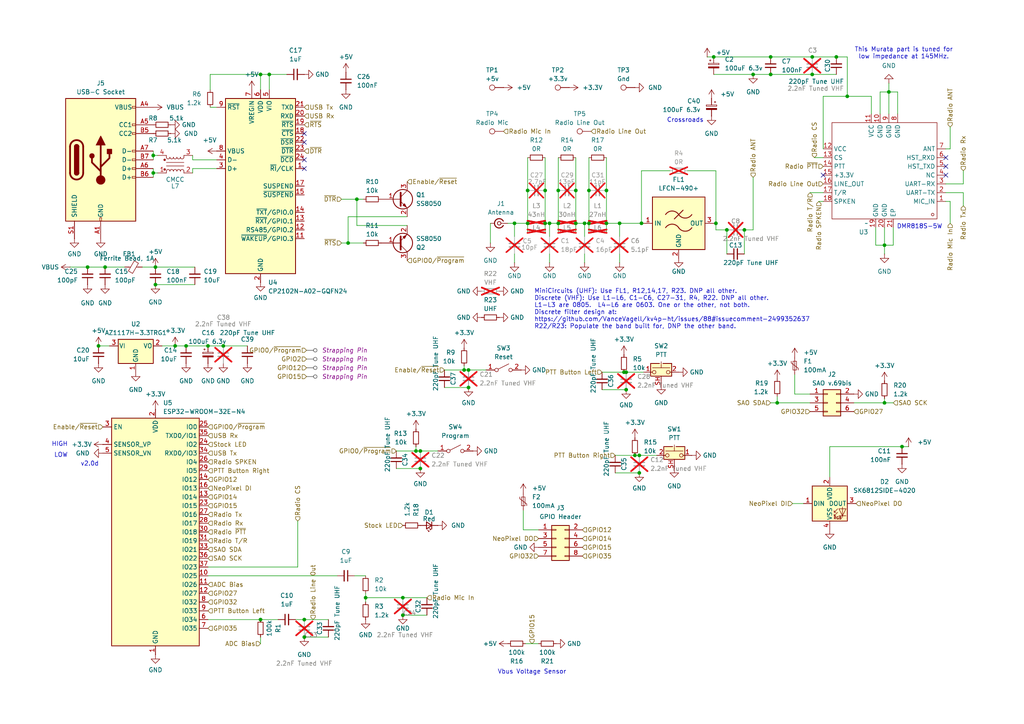
<source format=kicad_sch>
(kicad_sch (version 20250114) (generator "eeschema") (generator_version "9.0")
  (paper "A4")
  (title_block (title "KV4P HT (DMR)") (date "2025-08-08") (rev "2.1-dmr") (company "VA3IAN") (comment 1 "https://github.com/ceilingduster/kv4p-ht-dmr") (comment 2 "KV4P-HT-DMR hardware mod by VA3IAN"))
  (lib_symbols
    (symbol "Connector:Conn_Coaxial_Small" (pin_numbers (hide yes)) (pin_names (offset 1.016) (hide yes))
      (property "Reference" "J" (at 0.254 3.048 0))
      (property "Value" "Conn_Coaxial_Small" (at 0 -3.81 0))
      (symbol "Conn_Coaxial_Small_1_1"
        (pin passive line (at -2.54 0 0) (length 1.27) (name "In") (number "1"))
        (pin passive line (at 2.54 0 180) (length 1.27) (name "Ext") (number "2"))
      )
    )
    (symbol "Connector:TestPoint" (pin_numbers (hide yes)) (pin_names (offset 0.762) (hide yes))
      (property "Reference" "TP" (at 0 6.858 0))
      (property "Value" "TestPoint" (at 0 5.08 0))
      (symbol "TestPoint_1_1"
        (pin passive line (at 0 0 90) (length 2.54) (name "1") (number "1"))
      )
    )
    (symbol "Connector:USB_C_Receptacle_USB2.0_14P" (pin_names (offset 1.016))
      (property "Reference" "J" (at 0 22.225 0))
      (property "Value" "USB_C_Receptacle_USB2.0_14P" (at 0 19.685 0))
      (symbol "USB_C_Receptacle_USB2.0_14P_1_1"
        (pin passive line (at -7.62 -22.86 90) (length 5.08) (name "SHIELD") (number "S1"))
        (pin passive line (at 0 -22.86 90) (length 5.08) (name "GND") (number "A1"))
        (pin passive line (at 0 -22.86 90) (length 5.08) (hide yes) (name "GND") (number "A12"))
        (pin passive line (at 0 -22.86 90) (length 5.08) (hide yes) (name "GND") (number "B1"))
        (pin passive line (at 0 -22.86 90) (length 5.08) (hide yes) (name "GND") (number "B12"))
        (pin passive line (at 15.24 15.24 180) (length 5.08) (name "VBUS") (number "A4"))
        (pin passive line (at 15.24 15.24 180) (length 5.08) (hide yes) (name "VBUS") (number "A9"))
        (pin passive line (at 15.24 15.24 180) (length 5.08) (hide yes) (name "VBUS") (number "B4"))
        (pin passive line (at 15.24 15.24 180) (length 5.08) (hide yes) (name "VBUS") (number "B9"))
        (pin bidirectional line (at 15.24 10.16 180) (length 5.08) (name "CC1") (number "A5"))
        (pin bidirectional line (at 15.24 7.62 180) (length 5.08) (name "CC2") (number "B5"))
        (pin bidirectional line (at 15.24 2.54 180) (length 5.08) (name "D-") (number "A7"))
        (pin bidirectional line (at 15.24 0 180) (length 5.08) (name "D-") (number "B7"))
        (pin bidirectional line (at 15.24 -2.54 180) (length 5.08) (name "D+") (number "A6"))
        (pin bidirectional line (at 15.24 -5.08 180) (length 5.08) (name "D+") (number "B6"))
      )
    )
    (symbol "Connector_Generic:Conn_02x03_Odd_Even" (pin_names (offset 1.016) (hide yes))
      (property "Reference" "J" (at 1.27 5.08 0))
      (property "Value" "Conn_02x03_Odd_Even" (at 1.27 -5.08 0))
      (symbol "Conn_02x03_Odd_Even_1_1"
        (pin passive line (at -5.08 2.54 0) (length 3.81) (name "Pin_1") (number "1"))
        (pin passive line (at -5.08 0 0) (length 3.81) (name "Pin_3") (number "3"))
        (pin passive line (at -5.08 -2.54 0) (length 3.81) (name "Pin_5") (number "5"))
        (pin passive line (at 7.62 2.54 180) (length 3.81) (name "Pin_2") (number "2"))
        (pin passive line (at 7.62 0 180) (length 3.81) (name "Pin_4") (number "4"))
        (pin passive line (at 7.62 -2.54 180) (length 3.81) (name "Pin_6") (number "6"))
      )
    )
    (symbol "Connector_Generic:Conn_02x04_Odd_Even" (pin_names (offset 1.016) (hide yes))
      (property "Reference" "J" (at 1.27 5.08 0))
      (property "Value" "Conn_02x04_Odd_Even" (at 1.27 -7.62 0))
      (symbol "Conn_02x04_Odd_Even_1_1"
        (pin passive line (at -5.08 2.54 0) (length 3.81) (name "Pin_1") (number "1"))
        (pin passive line (at -5.08 0 0) (length 3.81) (name "Pin_3") (number "3"))
        (pin passive line (at -5.08 -2.54 0) (length 3.81) (name "Pin_5") (number "5"))
        (pin passive line (at -5.08 -5.08 0) (length 3.81) (name "Pin_7") (number "7"))
        (pin passive line (at 7.62 2.54 180) (length 3.81) (name "Pin_2") (number "2"))
        (pin passive line (at 7.62 0 180) (length 3.81) (name "Pin_4") (number "4"))
        (pin passive line (at 7.62 -2.54 180) (length 3.81) (name "Pin_6") (number "6"))
        (pin passive line (at 7.62 -5.08 180) (length 3.81) (name "Pin_8") (number "8"))
      )
    )
    (symbol "DMR818S:DMR818S"
      (property "Reference" "U" (at 0 0 0))
      (symbol "DMR818S_1_0"
        (pin unspecified line (at -17.78 10.16 0) (length 2.54) (name "MIC_IN") (number "1"))
        (pin unspecified line (at -17.78 7.62 0) (length 2.54) (name "UART-TX") (number "2"))
        (pin unspecified line (at -17.78 5.08 0) (length 2.54) (name "UART-RX") (number "3"))
        (pin unspecified line (at -17.78 2.54 0) (length 2.54) (name "NC") (number "4"))
        (pin unspecified line (at -17.78 0 0) (length 2.54) (name "HST_TXD") (number "5"))
        (pin unspecified line (at -17.78 -2.54 0) (length 2.54) (name "HST_RXD") (number "6"))
        (pin unspecified line (at -17.78 -5.08 0) (length 2.54) (name "ANT") (number "7"))
        (pin unspecified line (at -3.81 -15.24 90) (length 2.54) (name "GND") (number "8"))
        (pin unspecified line (at -2.54 17.78 270) (length 2.54) (name "EP") (number "21"))
        (pin unspecified line (at -1.27 -15.24 90) (length 2.54) (name "GND") (number "9"))
        (pin unspecified line (at 0 17.78 270) (length 2.54) (name "GND") (number "20"))
        (pin unspecified line (at 1.27 -15.24 90) (length 2.54) (name "GND") (number "10"))
        (pin unspecified line (at 2.54 17.78 270) (length 2.54) (name "GND") (number "19"))
        (pin unspecified line (at 3.81 -15.24 90) (length 2.54) (name "VCC") (number "11"))
        (pin unspecified line (at 17.78 10.16 180) (length 2.54) (name "SPKEN") (number "18"))
        (pin unspecified line (at 17.78 7.62 180) (length 2.54) (name "T/R") (number "17"))
        (pin unspecified line (at 17.78 5.08 180) (length 2.54) (name "LINE_OUT") (number "16"))
        (pin unspecified line (at 17.78 2.54 180) (length 2.54) (name "+3.3V") (number "15"))
        (pin unspecified line (at 17.78 0 180) (length 2.54) (name "PTT") (number "14"))
        (pin unspecified line (at 17.78 -2.54 180) (length 2.54) (name "CS") (number "13"))
        (pin unspecified line (at 17.78 -5.08 180) (length 2.54) (name "VCC") (number "12"))
      )
    )
    (symbol "Device:C_Polarized_Small" (pin_numbers (hide yes)) (pin_names (offset 0.254) (hide yes))
      (property "Reference" "C" (at 0.254 1.778 0))
      (property "Value" "C_Polarized_Small" (at 0.254 -2.032 0))
      (symbol "C_Polarized_Small_1_1"
        (pin passive line (at 0 2.54 270) (length 1.8542) (name "~") (number "1"))
        (pin passive line (at 0 -2.54 90) (length 1.8542) (name "~") (number "2"))
      )
    )
    (symbol "Device:C_Small" (pin_numbers (hide yes)) (pin_names (offset 0.254) (hide yes))
      (property "Reference" "C" (at 0.254 1.778 0))
      (property "Value" "C_Small" (at 0.254 -2.032 0))
      (symbol "C_Small_1_1"
        (pin passive line (at 0 2.54 270) (length 2.032) (name "~") (number "1"))
        (pin passive line (at 0 -2.54 90) (length 2.032) (name "~") (number "2"))
      )
    )
    (symbol "Device:FerriteBead_Small" (pin_numbers (hide yes)) (pin_names (offset 0))
      (property "Reference" "FB" (at 1.905 1.27 0))
      (property "Value" "FerriteBead_Small" (at 1.905 -1.27 0))
      (symbol "FerriteBead_Small_1_1"
        (pin passive line (at 0 2.54 270) (length 1.27) (name "~") (number "1"))
        (pin passive line (at 0 -2.54 90) (length 1.27) (name "~") (number "2"))
      )
    )
    (symbol "Device:LED_Small" (pin_numbers (hide yes)) (pin_names (offset 0.254) (hide yes))
      (property "Reference" "D" (at -1.27 3.175 0))
      (property "Value" "LED_Small" (at -4.445 -2.54 0))
      (symbol "LED_Small_1_1"
        (pin passive line (at -2.54 0 0) (length 1.778) (name "K") (number "1"))
        (pin passive line (at 2.54 0 180) (length 1.778) (name "A") (number "2"))
      )
    )
    (symbol "Device:L_Small" (pin_numbers (hide yes)) (pin_names (offset 0.254) (hide yes))
      (property "Reference" "L" (at 0.762 1.016 0))
      (property "Value" "L_Small" (at 0.762 -1.016 0))
      (symbol "L_Small_1_1"
        (pin passive line (at 0 2.54 270) (length 0.508) (name "~") (number "1"))
        (pin passive line (at 0 -2.54 90) (length 0.508) (name "~") (number "2"))
      )
    )
    (symbol "Device:Polyfuse_Small" (pin_numbers (hide yes)) (pin_names (offset 0))
      (property "Reference" "F" (at -1.905 0 90))
      (property "Value" "Polyfuse_Small" (at 1.905 0 90))
      (symbol "Polyfuse_Small_1_1"
        (pin passive line (at 0 2.54 270) (length 0.635) (name "~") (number "1"))
        (pin passive line (at 0 -2.54 90) (length 0.635) (name "~") (number "2"))
      )
    )
    (symbol "Device:R_Small" (pin_numbers (hide yes)) (pin_names (offset 0.254) (hide yes))
      (property "Reference" "R" (at 0.762 0.508 0))
      (property "Value" "R_Small" (at 0.762 -1.016 0))
      (symbol "R_Small_1_1"
        (pin passive line (at 0 2.54 270) (length 0.762) (name "~") (number "1"))
        (pin passive line (at 0 -2.54 90) (length 0.762) (name "~") (number "2"))
      )
    )
    (symbol "Filter:Choke_Wurth_WE-CNSW_744232090"
      (property "Reference" "L" (at 0 5.08 0))
      (property "Value" "Choke_Wurth_WE-CNSW_744232090" (at 0 -5.08 0))
      (symbol "Choke_Wurth_WE-CNSW_744232090_1_1"
        (pin passive line (at -5.08 2.54 0) (length 2.54) (name "") (number "1"))
        (pin passive line (at -5.08 -2.54 0) (length 2.54) (name "") (number "4"))
        (pin passive line (at 5.08 2.54 180) (length 2.54) (name "") (number "2"))
        (pin passive line (at 5.08 -2.54 180) (length 2.54) (name "") (number "3"))
      )
    )
    (symbol "Interface_USB:CP2102N-Axx-xQFN24"
      (property "Reference" "U" (at -8.89 26.67 0))
      (property "Value" "CP2102N-Axx-xQFN24" (at 13.97 26.67 0))
      (symbol "CP2102N-Axx-xQFN24_1_1"
        (pin input line (at -12.7 22.86 0) (length 2.54) (name "~{RST}") (number "9"))
        (pin input line (at -12.7 10.16 0) (length 2.54) (name "VBUS") (number "8"))
        (pin bidirectional line (at -12.7 7.62 0) (length 2.54) (name "D-") (number "4"))
        (pin bidirectional line (at -12.7 5.08 0) (length 2.54) (name "D+") (number "3"))
        (pin no_connect line (at -10.16 -22.86 0) (length 2.54) (hide yes) (name "NC") (number "10"))
        (pin power_in line (at -2.54 27.94 270) (length 2.54) (name "VREGIN") (number "7"))
        (pin power_in line (at 0 27.94 270) (length 2.54) (name "VDD") (number "6"))
        (pin power_in line (at 0 -27.94 90) (length 2.54) (name "GND") (number "2"))
        (pin passive line (at 0 -27.94 90) (length 2.54) (hide yes) (name "GND") (number "25"))
        (pin power_in line (at 2.54 27.94 270) (length 2.54) (name "VIO") (number "5"))
        (pin no_connect line (at 10.16 -22.86 180) (length 2.54) (hide yes) (name "NC") (number "16"))
        (pin output line (at 12.7 22.86 180) (length 2.54) (name "TXD") (number "21"))
        (pin input line (at 12.7 20.32 180) (length 2.54) (name "RXD") (number "20"))
        (pin output line (at 12.7 17.78 180) (length 2.54) (name "~{RTS}") (number "19"))
        (pin input line (at 12.7 15.24 180) (length 2.54) (name "~{CTS}") (number "18"))
        (pin input line (at 12.7 12.7 180) (length 2.54) (name "~{DSR}") (number "22"))
        (pin output line (at 12.7 10.16 180) (length 2.54) (name "~{DTR}") (number "23"))
        (pin input line (at 12.7 7.62 180) (length 2.54) (name "~{DCD}") (number "24"))
        (pin bidirectional line (at 12.7 5.08 180) (length 2.54) (name "~{RI}/CLK") (number "1"))
        (pin output line (at 12.7 0 180) (length 2.54) (name "SUSPEND") (number "17"))
        (pin output line (at 12.7 -2.54 180) (length 2.54) (name "~{SUSPEND}") (number "15"))
        (pin bidirectional line (at 12.7 -7.62 180) (length 2.54) (name "~{TXT}/GPIO.0") (number "14"))
        (pin bidirectional line (at 12.7 -10.16 180) (length 2.54) (name "~{RXT}/GPIO.1") (number "13"))
        (pin bidirectional line (at 12.7 -12.7 180) (length 2.54) (name "RS485/GPIO.2") (number "12"))
        (pin bidirectional line (at 12.7 -15.24 180) (length 2.54) (name "~{WAKEUP}/GPIO.3") (number "11"))
      )
    )
    (symbol "RF_Filter:LFCN-160"
      (property "Reference" "FL" (at 0 10.795 0))
      (property "Value" "LFCN-160" (at 0 8.89 0))
      (symbol "LFCN-160_1_1"
        (pin passive line (at -10.16 0 0) (length 2.54) (name "IN") (number "1"))
        (pin passive line (at 0 -10.16 90) (length 2.54) (name "GND") (number "2"))
        (pin passive line (at 0 -10.16 90) (length 2.54) (hide yes) (name "GND") (number "4"))
        (pin passive line (at 10.16 0 180) (length 2.54) (name "OUT") (number "3"))
      )
    )
    (symbol "RF_Module:ESP32-WROOM-32E"
      (property "Reference" "U" (at -12.7 34.29 0))
      (property "Value" "ESP32-WROOM-32E" (at 1.27 34.29 0))
      (symbol "ESP32-WROOM-32E_1_1"
        (pin input line (at -15.24 30.48 0) (length 2.54) (name "EN") (number "3"))
        (pin input line (at -15.24 25.4 0) (length 2.54) (name "SENSOR_VP") (number "4"))
        (pin input line (at -15.24 22.86 0) (length 2.54) (name "SENSOR_VN") (number "5"))
        (pin no_connect line (at -12.7 0 0) (length 2.54) (hide yes) (name "NC") (number "21"))
        (pin no_connect line (at -12.7 -2.54 0) (length 2.54) (hide yes) (name "NC") (number "22"))
        (pin no_connect line (at -12.7 -5.08 0) (length 2.54) (hide yes) (name "NC") (number "17"))
        (pin no_connect line (at -12.7 -7.62 0) (length 2.54) (hide yes) (name "NC") (number "18"))
        (pin no_connect line (at -12.7 -10.16 0) (length 2.54) (hide yes) (name "NC") (number "20"))
        (pin no_connect line (at -12.7 -12.7 0) (length 2.54) (hide yes) (name "NC") (number "19"))
        (pin no_connect line (at -12.7 -27.94 0) (length 2.54) (hide yes) (name "NC") (number "32"))
        (pin power_in line (at 0 35.56 270) (length 2.54) (name "VDD") (number "2"))
        (pin power_in line (at 0 -35.56 90) (length 2.54) (name "GND") (number "1"))
        (pin passive line (at 0 -35.56 90) (length 2.54) (hide yes) (name "GND") (number "15"))
        (pin passive line (at 0 -35.56 90) (length 2.54) (hide yes) (name "GND") (number "38"))
        (pin passive line (at 0 -35.56 90) (length 2.54) (hide yes) (name "GND") (number "39"))
        (pin bidirectional line (at 15.24 30.48 180) (length 2.54) (name "IO0") (number "25"))
        (pin bidirectional line (at 15.24 27.94 180) (length 2.54) (name "TXD0/IO1") (number "35"))
        (pin bidirectional line (at 15.24 25.4 180) (length 2.54) (name "IO2") (number "24"))
        (pin bidirectional line (at 15.24 22.86 180) (length 2.54) (name "RXD0/IO3") (number "34"))
        (pin bidirectional line (at 15.24 20.32 180) (length 2.54) (name "IO4") (number "26"))
        (pin bidirectional line (at 15.24 17.78 180) (length 2.54) (name "IO5") (number "29"))
        (pin bidirectional line (at 15.24 15.24 180) (length 2.54) (name "IO12") (number "14"))
        (pin bidirectional line (at 15.24 12.7 180) (length 2.54) (name "IO13") (number "16"))
        (pin bidirectional line (at 15.24 10.16 180) (length 2.54) (name "IO14") (number "13"))
        (pin bidirectional line (at 15.24 7.62 180) (length 2.54) (name "IO15") (number "23"))
        (pin bidirectional line (at 15.24 5.08 180) (length 2.54) (name "IO16") (number "27"))
        (pin bidirectional line (at 15.24 2.54 180) (length 2.54) (name "IO17") (number "28"))
        (pin bidirectional line (at 15.24 0 180) (length 2.54) (name "IO18") (number "30"))
        (pin bidirectional line (at 15.24 -2.54 180) (length 2.54) (name "IO19") (number "31"))
        (pin bidirectional line (at 15.24 -5.08 180) (length 2.54) (name "IO21") (number "33"))
        (pin bidirectional line (at 15.24 -7.62 180) (length 2.54) (name "IO22") (number "36"))
        (pin bidirectional line (at 15.24 -10.16 180) (length 2.54) (name "IO23") (number "37"))
        (pin bidirectional line (at 15.24 -12.7 180) (length 2.54) (name "IO25") (number "10"))
        (pin bidirectional line (at 15.24 -15.24 180) (length 2.54) (name "IO26") (number "11"))
        (pin bidirectional line (at 15.24 -17.78 180) (length 2.54) (name "IO27") (number "12"))
        (pin bidirectional line (at 15.24 -20.32 180) (length 2.54) (name "IO32") (number "8"))
        (pin bidirectional line (at 15.24 -22.86 180) (length 2.54) (name "IO33") (number "9"))
        (pin input line (at 15.24 -25.4 180) (length 2.54) (name "IO34") (number "6"))
        (pin input line (at 15.24 -27.94 180) (length 2.54) (name "IO35") (number "7"))
      )
    )
    (symbol "Regulator_Linear:AZ1117-3.3" (pin_names (offset 0.254))
      (property "Reference" "U" (at -3.81 3.175 0))
      (property "Value" "AZ1117-3.3" (at 0 3.175 0))
      (symbol "AZ1117-3.3_1_1"
        (pin power_in line (at -7.62 0 0) (length 2.54) (name "VI") (number "3"))
        (pin power_in line (at 0 -7.62 90) (length 2.54) (name "GND") (number "1"))
        (pin power_out line (at 7.62 0 180) (length 2.54) (name "VO") (number "2"))
      )
    )
    (symbol "Smitty:SK6812SIDE-4020" (pin_names (offset 0.254))
      (property "Reference" "D" (at 5.08 5.715 0))
      (property "Value" "SK6812SIDE-4020" (at 1.27 -5.715 0))
      (symbol "SK6812SIDE-4020_0_0"
        (text "RGB" (at 2.286 -4.191 0) (effects (font (size 0.762 0.762))))
      )
      (symbol "SK6812SIDE-4020_1_1"
        (pin input line (at -7.62 0 0) (length 2.54) (name "DIN") (number "1"))
        (pin power_in line (at 0 7.62 270) (length 2.54) (name "VDD") (number "2"))
        (pin power_in line (at 0 -7.62 90) (length 2.54) (name "VSS") (number "4"))
        (pin output line (at 7.62 0 180) (length 2.54) (name "DOUT") (number "3"))
      )
    )
    (symbol "Switch:SW_Push_Shielded" (pin_names (offset 1.016) (hide yes))
      (property "Reference" "SW" (at 4.318 2.032 0))
      (property "Value" "SW_Push_Shielded" (at 0 4.572 0))
      (symbol "SW_Push_Shielded_0_1"
        (pin passive line (at -5.08 0 0) (length 2.54) (name "1") (number "1"))
        (pin passive line (at 5.08 0 180) (length 2.54) (name "2") (number "2"))
      )
      (symbol "SW_Push_Shielded_1_1"
        (pin passive line (at 0 -3.81 90) (length 2.54) (name "B") (number "SH"))
      )
    )
    (symbol "Switch:SW_SPST" (pin_names (offset 0) (hide yes))
      (property "Reference" "SW" (at 0 3.175 0))
      (property "Value" "SW_SPST" (at 0 -2.54 0))
      (symbol "SW_SPST_1_1"
        (pin passive line (at -5.08 0 0) (length 2.54) (name "A") (number "1"))
        (pin passive line (at 5.08 0 180) (length 2.54) (name "B") (number "2"))
      )
    )
    (symbol "Transistor_BJT:SS8050" (pin_names (offset 0) (hide yes))
      (property "Reference" "Q" (at 5.08 1.905 0))
      (property "Value" "SS8050" (at 5.08 0 0))
      (symbol "SS8050_1_1"
        (pin input line (at -5.08 0 0) (length 5.715) (name "B") (number "1"))
        (pin passive line (at 2.54 5.08 270) (length 2.54) (name "C") (number "3"))
        (pin passive line (at 2.54 -5.08 90) (length 2.54) (name "E") (number "2"))
      )
    )
    (symbol "power:+3.3V" (power) (pin_numbers (hide yes)) (pin_names (offset 0) (hide yes))
      (property "Value" "+3.3V" (at 0 3.556 0))
      (symbol "+3.3V_1_1"
        (pin power_in line (at 0 0 90) (length 0) (name "~") (number "1"))
      )
    )
    (symbol "power:+5V" (power) (pin_numbers (hide yes)) (pin_names (offset 0) (hide yes))
      (property "Value" "+5V" (at 0 3.556 0))
      (symbol "+5V_1_1"
        (pin power_in line (at 0 0 90) (length 0) (name "~") (number "1"))
      )
    )
    (symbol "power:GND" (power) (pin_numbers (hide yes)) (pin_names (offset 0) (hide yes))
      (property "Value" "GND" (at 0 -3.81 0))
      (symbol "GND_1_1"
        (pin power_in line (at 0 0 270) (length 0) (name "~") (number "1"))
      )
    )
    (symbol "power:VBUS" (power) (pin_numbers (hide yes)) (pin_names (offset 0) (hide yes))
      (property "Value" "VBUS" (at 0 3.556 0))
      (symbol "VBUS_1_1"
        (pin power_in line (at 0 0 90) (length 0) (name "~") (number "1"))
      )
    )
  )
  (text "MiniCircuits (UHF): Use FL1, R12,14,17, R23. DNP all other.\nDiscrete (VHF): Use L1-L6, C1-C6, C27-31, R4, R22. DNP all other.\nL1-L3 are 0805.  L4-L6 are 0603. One or the other, not both.\nDiscrete filter design at:\nhttps://github.com/VanceVagell/kv4p-ht/issues/88#issuecomment-2499352637\nR22/R23: Populate the band built for, DNP the other band." (at 154.94 89.662 0) (effects (font (size 1.27 1.27)) (justify left)))
  (text "Crossroads" (at 198.755 34.925 0) (effects (font (size 1.27 1.27))))
  (text "DMR818S-5W\n" (at 260.096 65.786 0) (effects (font (size 1.27 1.27)) (justify left)))
  (text "v2.0d" (at 26.035 134.62 0) (effects (font (size 1.27 1.27))))
  (text "LOW" (at 19.685 132.08 0) (effects (font (size 1.27 1.27)) (justify right)))
  (text "HIGH" (at 19.685 128.905 0) (effects (font (size 1.27 1.27)) (justify right)))
  (text "This Murata part is tuned for\nlow impedance at 145MHz." (at 262.128 15.494 0) (effects (font (size 1.27 1.27))))
  (text "Vbus Voltage Sensor" (at 154.305 194.945 0) (effects (font (size 1.27 1.27))))
  (junction (at 261.62 129.54))
  (junction (at 170.815 64.77))
  (junction (at 134.62 107.315))
  (junction (at 88.265 184.785))
  (junction (at 225.425 116.84))
  (junction (at 181.61 107.95))
  (junction (at 149.225 64.77))
  (junction (at 30.48 77.47))
  (junction (at 215.9 66.675))
  (junction (at 88.265 179.705))
  (junction (at 121.92 130.81))
  (junction (at 223.52 16.51))
  (junction (at 135.89 112.395))
  (junction (at 45.085 82.55))
  (junction (at 28.575 100.33))
  (junction (at 256.54 71.12))
  (junction (at 218.44 21.59))
  (junction (at 235.585 21.59))
  (junction (at 180.975 107.95))
  (junction (at 121.92 135.89))
  (junction (at 116.84 173.355))
  (junction (at 53.975 100.33))
  (junction (at 181.61 113.03))
  (junction (at 120.65 130.81))
  (junction (at 175.895 64.77))
  (junction (at 185.42 137.16))
  (junction (at 153.035 55.245))
  (junction (at 169.545 64.77))
  (junction (at 161.925 55.245))
  (junction (at 210.82 66.675))
  (junction (at 75.565 21.59))
  (junction (at 106.045 173.355))
  (junction (at 184.15 132.08))
  (junction (at 185.42 132.08))
  (junction (at 45.085 77.47))
  (junction (at 235.585 16.51))
  (junction (at 44.45 50.165))
  (junction (at 170.815 55.245))
  (junction (at 167.005 64.77))
  (junction (at 207.645 64.77))
  (junction (at 103.505 57.785))
  (junction (at 158.115 55.245))
  (junction (at 153.035 64.77))
  (junction (at 159.385 64.77))
  (junction (at 50.8 100.33))
  (junction (at 25.4 77.47))
  (junction (at 60.325 100.33))
  (junction (at 44.45 45.085))
  (junction (at 116.84 178.435))
  (junction (at 223.52 21.59))
  (junction (at 135.89 107.315))
  (junction (at 242.57 16.51))
  (junction (at 245.745 27.94))
  (junction (at 207.01 16.51))
  (junction (at 158.115 64.77))
  (junction (at 167.005 55.245))
  (junction (at 179.705 64.77))
  (junction (at 78.105 21.59))
  (junction (at 256.54 116.84))
  (junction (at 100.965 70.485))
  (junction (at 75.565 179.705))
  (junction (at 175.895 55.245))
  (junction (at 257.81 26.67))
  (junction (at 186.055 64.77))
  (junction (at 64.77 100.33))
  (junction (at 161.925 64.77))
  (no_connect (at 88.265 46.355))
  (no_connect (at 274.32 48.26))
  (no_connect (at 88.265 41.275))
  (no_connect (at 274.32 50.8))
  (no_connect (at 274.32 45.72))
  (no_connect (at 88.265 38.735))
  (no_connect (at 238.76 50.8))
  (no_connect (at 88.265 48.895))
  (wire (pts (xy 225.425 114.935) (xy 225.425 116.84)))
  (wire (pts (xy 199.39 49.53) (xy 207.645 49.53)))
  (wire (pts (xy 75.565 21.59) (xy 78.105 21.59)))
  (wire (pts (xy 185.42 132.08) (xy 190.5 132.08)))
  (wire (pts (xy 135.89 112.395) (xy 128.905 112.395)))
  (wire (pts (xy 169.545 64.77) (xy 170.815 64.77)))
  (wire (pts (xy 158.115 45.72) (xy 158.115 55.245)))
  (wire (pts (xy 99.06 70.485) (xy 100.965 70.485)))
  (wire (pts (xy 207.645 66.675) (xy 207.645 64.77)))
  (wire (pts (xy 20.32 77.47) (xy 25.4 77.47)))
  (wire (pts (xy 167.005 64.77) (xy 169.545 64.77)))
  (wire (pts (xy 118.11 65.405) (xy 103.505 65.405)))
  (wire (pts (xy 260.35 26.67) (xy 260.35 33.02)))
  (wire (pts (xy 75.565 184.785) (xy 75.565 186.69)))
  (wire (pts (xy 175.895 45.72) (xy 175.895 55.245)))
  (wire (pts (xy 161.925 64.77) (xy 161.925 67.31)))
  (wire (pts (xy 46.99 100.33) (xy 50.8 100.33)))
  (wire (pts (xy 245.745 27.94) (xy 252.73 27.94)))
  (wire (pts (xy 142.24 64.77) (xy 142.24 70.485)))
  (wire (pts (xy 159.385 73.66) (xy 159.385 76.2)))
  (wire (pts (xy 175.895 64.77) (xy 175.895 67.31)))
  (wire (pts (xy 167.005 55.245) (xy 167.005 64.77)))
  (wire (pts (xy 120.65 130.81) (xy 120.65 129.54)))
  (wire (pts (xy 275.59 58.42) (xy 274.32 58.42)))
  (wire (pts (xy 175.895 55.245) (xy 175.895 64.77)))
  (wire (pts (xy 75.565 179.705) (xy 80.645 179.705)))
  (wire (pts (xy 169.545 64.77) (xy 169.545 68.58)))
  (wire (pts (xy 153.035 55.245) (xy 153.035 64.77)))
  (wire (pts (xy 118.11 62.865) (xy 100.965 62.865)))
  (wire (pts (xy 279.4 55.88) (xy 274.32 55.88)))
  (wire (pts (xy 44.45 45.085) (xy 44.45 46.355)))
  (wire (pts (xy 186.055 64.77) (xy 186.69 64.77)))
  (wire (pts (xy 225.425 116.84) (xy 234.95 116.84)))
  (wire (pts (xy 106.045 173.355) (xy 106.045 174.625)))
  (wire (pts (xy 167.005 64.77) (xy 167.005 67.31)))
  (wire (pts (xy 41.275 77.47) (xy 45.085 77.47)))
  (wire (pts (xy 207.01 21.59) (xy 218.44 21.59)))
  (wire (pts (xy 55.88 48.895) (xy 62.865 48.895)))
  (wire (pts (xy 181.61 113.03) (xy 174.625 113.03)))
  (wire (pts (xy 257.81 26.67) (xy 260.35 26.67)))
  (wire (pts (xy 275.59 36.83) (xy 275.59 43.18)))
  (wire (pts (xy 256.54 71.12) (xy 256.54 66.04)))
  (wire (pts (xy 207.01 64.77) (xy 207.645 64.77)))
  (wire (pts (xy 218.44 21.59) (xy 223.52 21.59)))
  (wire (pts (xy 88.265 179.705) (xy 95.25 179.705)))
  (wire (pts (xy 100.965 70.485) (xy 105.41 70.485)))
  (wire (pts (xy 179.705 64.77) (xy 179.705 68.58)))
  (wire (pts (xy 223.52 16.51) (xy 235.585 16.51)))
  (wire (pts (xy 254 71.12) (xy 254 66.04)))
  (wire (pts (xy 275.59 43.18) (xy 274.32 43.18)))
  (wire (pts (xy 152.4 186.69) (xy 156.21 186.69)))
  (wire (pts (xy 230.505 114.3) (xy 234.95 114.3)))
  (wire (pts (xy 235.585 16.51) (xy 242.57 16.51)))
  (wire (pts (xy 247.65 116.84) (xy 256.54 116.84)))
  (wire (pts (xy 120.65 130.81) (xy 114.935 130.81)))
  (wire (pts (xy 242.57 16.51) (xy 245.745 16.51)))
  (wire (pts (xy 184.15 132.08) (xy 185.42 132.08)))
  (wire (pts (xy 238.76 27.94) (xy 245.745 27.94)))
  (wire (pts (xy 44.45 50.165) (xy 45.72 50.165)))
  (wire (pts (xy 151.765 153.67) (xy 156.21 153.67)))
  (wire (pts (xy 134.62 107.315) (xy 134.62 106.045)))
  (wire (pts (xy 88.265 184.785) (xy 95.25 184.785)))
  (wire (pts (xy 60.96 31.115) (xy 62.865 31.115)))
  (wire (pts (xy 153.035 45.72) (xy 153.035 55.245)))
  (wire (pts (xy 159.385 64.77) (xy 161.925 64.77)))
  (wire (pts (xy 210.82 66.675) (xy 210.82 73.66)))
  (wire (pts (xy 116.84 178.435) (xy 123.825 178.435)))
  (wire (pts (xy 103.505 65.405) (xy 103.505 57.785)))
  (wire (pts (xy 53.975 100.33) (xy 60.325 100.33)))
  (wire (pts (xy 45.085 77.47) (xy 56.515 77.47)))
  (wire (pts (xy 149.225 64.77) (xy 153.035 64.77)))
  (wire (pts (xy 179.705 64.77) (xy 186.055 64.77)))
  (wire (pts (xy 245.745 16.51) (xy 245.745 27.94)))
  (wire (pts (xy 158.115 64.77) (xy 159.385 64.77)))
  (wire (pts (xy 186.055 49.53) (xy 186.055 64.77)))
  (wire (pts (xy 55.88 46.355) (xy 62.865 46.355)))
  (wire (pts (xy 121.92 130.81) (xy 120.65 130.81)))
  (wire (pts (xy 256.54 73.66) (xy 256.54 71.12)))
  (wire (pts (xy 85.725 179.705) (xy 88.265 179.705)))
  (wire (pts (xy 149.225 64.77) (xy 149.225 68.58)))
  (wire (pts (xy 234.95 55.88) (xy 238.76 55.88)))
  (wire (pts (xy 161.925 55.245) (xy 161.925 64.77)))
  (wire (pts (xy 103.505 57.785) (xy 105.41 57.785)))
  (wire (pts (xy 55.88 50.165) (xy 55.88 48.895)))
  (wire (pts (xy 240.665 129.54) (xy 240.665 138.43)))
  (wire (pts (xy 207.645 49.53) (xy 207.645 64.77)))
  (wire (pts (xy 153.035 64.77) (xy 153.035 67.31)))
  (wire (pts (xy 64.77 100.33) (xy 71.755 100.33)))
  (wire (pts (xy 238.76 43.18) (xy 238.76 27.94)))
  (wire (pts (xy 60.325 179.705) (xy 75.565 179.705)))
  (wire (pts (xy 149.225 73.66) (xy 149.225 76.2)))
  (wire (pts (xy 169.545 73.66) (xy 169.545 76.2)))
  (wire (pts (xy 170.815 45.72) (xy 170.815 55.245)))
  (wire (pts (xy 161.925 45.72) (xy 161.925 55.245)))
  (wire (pts (xy 175.895 64.77) (xy 179.705 64.77)))
  (wire (pts (xy 174.625 107.95) (xy 180.975 107.95)))
  (wire (pts (xy 44.45 43.815) (xy 44.45 45.085)))
  (wire (pts (xy 158.115 64.77) (xy 158.115 67.31)))
  (wire (pts (xy 60.96 21.59) (xy 60.96 26.035)))
  (wire (pts (xy 218.44 66.675) (xy 215.9 66.675)))
  (wire (pts (xy 207.01 16.51) (xy 223.52 16.51)))
  (wire (pts (xy 102.87 167.005) (xy 106.045 167.005)))
  (wire (pts (xy 44.45 48.895) (xy 44.45 50.165)))
  (wire (pts (xy 256.54 116.84) (xy 259.08 116.84)))
  (wire (pts (xy 279.4 53.34) (xy 274.32 53.34)))
  (wire (pts (xy 30.48 77.47) (xy 36.195 77.47)))
  (wire (pts (xy 147.32 64.77) (xy 149.225 64.77)))
  (wire (pts (xy 44.45 45.085) (xy 45.72 45.085)))
  (wire (pts (xy 181.61 107.95) (xy 186.69 107.95)))
  (wire (pts (xy 179.705 73.66) (xy 179.705 76.2)))
  (wire (pts (xy 159.385 64.77) (xy 159.385 68.58)))
  (wire (pts (xy 128.905 107.315) (xy 134.62 107.315)))
  (wire (pts (xy 116.84 173.355) (xy 123.825 173.355)))
  (wire (pts (xy 215.9 66.675) (xy 215.9 73.66)))
  (wire (pts (xy 167.005 45.72) (xy 167.005 55.245)))
  (wire (pts (xy 75.565 26.035) (xy 75.565 21.59)))
  (wire (pts (xy 223.52 116.84) (xy 225.425 116.84)))
  (wire (pts (xy 135.89 107.315) (xy 140.97 107.315)))
  (wire (pts (xy 170.815 55.245) (xy 170.815 64.77)))
  (wire (pts (xy 185.42 137.16) (xy 178.435 137.16)))
  (wire (pts (xy 60.325 167.005) (xy 97.79 167.005)))
  (wire (pts (xy 135.89 107.315) (xy 134.62 107.315)))
  (wire (pts (xy 28.575 100.33) (xy 31.75 100.33)))
  (wire (pts (xy 279.4 49.53) (xy 279.4 53.34)))
  (wire (pts (xy 255.27 26.67) (xy 255.27 33.02)))
  (wire (pts (xy 60.325 164.465) (xy 86.36 164.465)))
  (wire (pts (xy 106.045 172.085) (xy 106.045 173.355)))
  (wire (pts (xy 106.045 173.355) (xy 116.84 173.355)))
  (wire (pts (xy 237.49 58.42) (xy 238.76 58.42)))
  (wire (pts (xy 257.81 33.02) (xy 257.81 26.67)))
  (wire (pts (xy 170.815 64.77) (xy 170.815 67.31)))
  (wire (pts (xy 261.62 129.54) (xy 240.665 129.54)))
  (wire (pts (xy 279.4 59.69) (xy 279.4 55.88)))
  (wire (pts (xy 121.92 130.81) (xy 127 130.81)))
  (wire (pts (xy 25.4 77.47) (xy 30.48 77.47)))
  (wire (pts (xy 235.585 21.59) (xy 242.57 21.59)))
  (wire (pts (xy 263.525 129.54) (xy 261.62 129.54)))
  (wire (pts (xy 55.88 45.085) (xy 55.88 46.355)))
  (wire (pts (xy 151.765 147.955) (xy 151.765 153.67)))
  (wire (pts (xy 78.105 21.59) (xy 83.185 21.59)))
  (wire (pts (xy 230.505 108.585) (xy 230.505 114.3)))
  (wire (pts (xy 256.54 71.12) (xy 254 71.12)))
  (wire (pts (xy 218.44 51.435) (xy 218.44 66.675)))
  (wire (pts (xy 229.87 146.05) (xy 233.045 146.05)))
  (wire (pts (xy 44.45 50.165) (xy 44.45 51.435)))
  (wire (pts (xy 86.36 164.465) (xy 86.36 151.13)))
  (wire (pts (xy 100.965 62.865) (xy 100.965 70.485)))
  (wire (pts (xy 180.975 107.95) (xy 181.61 107.95)))
  (wire (pts (xy 99.06 57.785) (xy 103.505 57.785)))
  (wire (pts (xy 158.115 55.245) (xy 158.115 64.77)))
  (wire (pts (xy 257.81 24.13) (xy 257.81 26.67)))
  (wire (pts (xy 252.73 27.94) (xy 252.73 33.02)))
  (wire (pts (xy 257.81 26.67) (xy 255.27 26.67)))
  (wire (pts (xy 184.15 132.08) (xy 178.435 132.08)))
  (wire (pts (xy 45.085 82.55) (xy 56.515 82.55)))
  (wire (pts (xy 194.31 49.53) (xy 186.055 49.53)))
  (wire (pts (xy 259.08 71.12) (xy 256.54 71.12)))
  (wire (pts (xy 223.52 21.59) (xy 235.585 21.59)))
  (wire (pts (xy 207.645 66.675) (xy 210.82 66.675)))
  (wire (pts (xy 50.8 100.33) (xy 53.975 100.33)))
  (wire (pts (xy 60.325 100.33) (xy 64.77 100.33)))
  (wire (pts (xy 121.92 135.89) (xy 114.935 135.89)))
  (wire (pts (xy 259.08 66.04) (xy 259.08 71.12)))
  (wire (pts (xy 275.59 64.77) (xy 275.59 58.42)))
  (wire (pts (xy 78.105 26.035) (xy 78.105 21.59)))
  (wire (pts (xy 236.22 45.72) (xy 238.76 45.72)))
  (wire (pts (xy 205.105 16.51) (xy 207.01 16.51)))
  (wire (pts (xy 256.54 115.57) (xy 256.54 116.84)))
  (wire (pts (xy 75.565 21.59) (xy 60.96 21.59)))
  (hierarchical_label "Enable{slash}~{Reset}" (shape input) (at 128.905 107.315 180))
  (hierarchical_label "Radio CS" (shape input) (at 236.22 45.72 90))
  (hierarchical_label "SAO SCK" (shape input) (at 259.08 116.84 0))
  (hierarchical_label "SAO SCK" (shape input) (at 60.325 161.925 0))
  (hierarchical_label "Radio SPKEN" (shape input) (at 237.49 58.42 270))
  (hierarchical_label "Radio SPKEN" (shape input) (at 60.325 133.985 0))
  (hierarchical_label "~{RTS}" (shape input) (at 88.265 36.195 0))
  (hierarchical_label "GPIO15" (shape input) (at 168.91 158.75 0))
  (hierarchical_label "Radio Mic In" (shape input) (at 275.59 64.77 270))
  (hierarchical_label "Radio Rx" (shape input) (at 60.325 151.765 0))
  (hierarchical_label "GPIO12" (shape input) (at 88.9 106.68 180))
  (hierarchical_label "GPIO27" (shape input) (at 247.65 119.38 0))
  (hierarchical_label "~{RTS}" (shape input) (at 99.06 70.485 180))
  (hierarchical_label "GPIO2" (shape input) (at 88.9 104.14 180))
  (hierarchical_label "Radio Rx" (shape input) (at 279.4 49.53 90))
  (hierarchical_label "PTT Button Right" (shape input) (at 60.325 136.525 0))
  (hierarchical_label "~{DTR}" (shape input) (at 99.06 57.785 180))
  (hierarchical_label "ADC Bias" (shape input) (at 75.565 186.69 180))
  (hierarchical_label "PTT Button Left" (shape input) (at 174.625 107.95 180))
  (hierarchical_label "GPIO0{slash}~{Program}" (shape input) (at 118.11 75.565 0))
  (hierarchical_label "NeoPixel DO" (shape input) (at 248.285 146.05 0))
  (hierarchical_label "Radio ~{PTT}" (shape input) (at 238.76 48.26 180))
  (hierarchical_label "Enable{slash}~{Reset}" (shape input) (at 29.845 123.825 180))
  (hierarchical_label "Stock LED" (shape input) (at 60.325 128.905 0))
  (hierarchical_label "USB Tx" (shape input) (at 60.325 131.445 0))
  (hierarchical_label "GPIO0{slash}~{Program}" (shape input) (at 114.935 130.81 180))
  (hierarchical_label "USB Tx" (shape input) (at 88.265 31.115 0))
  (hierarchical_label "GPIO32" (shape input) (at 60.325 174.625 0))
  (hierarchical_label "GPIO12" (shape input) (at 60.325 139.065 0))
  (hierarchical_label "Radio Mic In" (shape input) (at 123.825 173.355 0))
  (hierarchical_label "Radio Line Out" (shape input) (at 238.76 53.34 180))
  (hierarchical_label "Stock LED" (shape input) (at 116.84 152.4 180))
  (hierarchical_label "GPIO0{slash}~{Program}" (shape input) (at 60.325 123.825 0))
  (hierarchical_label "NeoPixel DO" (shape input) (at 156.21 156.21 180))
  (hierarchical_label "GPIO35" (shape input) (at 168.91 161.29 0))
  (hierarchical_label "ADC Bias" (shape input) (at 60.325 169.545 0))
  (hierarchical_label "Enable{slash}~{Reset}" (shape input) (at 118.11 52.705 0))
  (hierarchical_label "Radio Tx" (shape input) (at 279.4 59.69 270))
  (hierarchical_label "Radio T{slash}R" (shape input) (at 234.95 55.88 270))
  (hierarchical_label "USB Rx" (shape input) (at 88.265 33.655 0))
  (hierarchical_label "Radio ANT" (shape input) (at 275.59 36.83 90))
  (hierarchical_label "USB Rx" (shape input) (at 60.325 126.365 0))
  (hierarchical_label "Radio Tx" (shape input) (at 60.325 149.225 0))
  (hierarchical_label "Radio Line Out" (shape input) (at 171.45 38.1 0))
  (hierarchical_label "GPIO15" (shape input) (at 154.305 186.69 90))
  (hierarchical_label "GPIO15" (shape input) (at 88.9 109.22 180))
  (hierarchical_label "PTT Button Left" (shape input) (at 60.325 177.165 0))
  (hierarchical_label "NeoPixel DI" (shape input) (at 60.325 141.605 0))
  (hierarchical_label "Radio ANT" (shape input) (at 218.44 51.435 90))
  (hierarchical_label "GPIO14" (shape input) (at 60.325 144.145 0))
  (hierarchical_label "Radio Line Out" (shape input) (at 90.805 179.705 90))
  (hierarchical_label "NeoPixel DI" (shape input) (at 229.87 146.05 180))
  (hierarchical_label "GPIO27" (shape input) (at 60.325 172.085 0))
  (hierarchical_label "GPIO32" (shape input) (at 156.21 161.29 180))
  (hierarchical_label "GPIO15" (shape input) (at 60.325 146.685 0))
  (hierarchical_label "GPIO0{slash}~{Program}" (shape input) (at 88.9 101.6 180))
  (hierarchical_label "GPIO12" (shape input) (at 168.91 153.67 0))
  (hierarchical_label "~{DTR}" (shape input) (at 88.265 43.815 0))
  (hierarchical_label "PTT Button Right" (shape input) (at 178.435 132.08 180))
  (hierarchical_label "GPIO35" (shape input) (at 60.325 182.245 0))
  (hierarchical_label "GPIO14" (shape input) (at 168.91 156.21 0))
  (hierarchical_label "SAO SDA" (shape input) (at 60.325 159.385 0))
  (hierarchical_label "Radio Mic In" (shape input) (at 146.05 38.1 0))
  (hierarchical_label "GPIO32" (shape input) (at 234.95 119.38 180))
  (hierarchical_label "Radio CS" (shape input) (at 86.36 151.13 90))
  (hierarchical_label "SAO SDA" (shape input) (at 223.52 116.84 180))
  (hierarchical_label "Radio T{slash}R" (shape input) (at 60.325 156.845 0))
  (hierarchical_label "Radio ~{PTT}" (shape input) (at 60.325 154.305 0))
  (netclass_flag "" (length 2.54) (shape round) (at 88.9 104.14 270) (property "Netclass" "Strapping Pin" (at 93.345 104.14 0) (effects (font (italic yes)) (justify left))))
  (netclass_flag "" (length 2.54) (shape round) (at 88.9 101.6 270) (property "Netclass" "Strapping Pin" (at 93.345 101.6 0) (effects (font (italic yes)) (justify left))))
  (netclass_flag "" (length 2.54) (shape round) (at 88.9 109.22 270) (property "Netclass" "Strapping Pin" (at 93.345 109.22 0) (effects (font (italic yes)) (justify left))))
  (netclass_flag "" (length 2.54) (shape round) (at 88.9 106.68 270) (property "Netclass" "Strapping Pin" (at 93.345 106.68 0) (effects (font (italic yes)) (justify left))))
  (symbol (lib_id "Device:R_Small") (at 158.75 186.69 90) (mirror x) (unit 1)
    (property "Reference" "R21" (at 158.75 191.77 90))
    (property "Value" "100k" (at 158.75 189.23 90))
    (property "Footprint" "Resistor_SMD:R_0603_1608Metric" (effects (hide yes)))
    (property "Description" "Resistor, small symbol" (effects (hide yes)))
    (property "LCSC" "C25803" (effects (hide yes)))
  )
  (symbol (lib_id "Device:C_Small") (at 181.61 110.49 0) (unit 1) (dnp yes)
    (property "Reference" "C28" (at 184.785 109.2262 0) (effects (justify left)))
    (property "Value" "2.2nF Tuned VHF" (at 184.785 111.7662 0) (effects (justify left)))
    (property "Footprint" "Capacitor_SMD:C_0603_1608Metric" (effects (hide yes)))
    (property "Description" "Unpolarized capacitor, small symbol" (effects (hide yes)))
    (property "LCSC" "C2168957" (effects (hide yes)))
    (property "Manufacturer" "Murata" (effects (hide yes)))
    (property "Part Number" "GCM1885C1H222FA16D" (effects (hide yes)))
    (property "Alternate LCSC" "C882578, C2168957" (effects (hide yes)))
  )
  (symbol (lib_id "power:GND") (at 185.42 137.16 0) (unit 1)
    (property "Reference" "#PWR27" (effects (hide yes)))
    (property "Value" "GND" (at 185.42 141.605 0))
    (property "Description" "Power symbol creates a global label with name \"GND\" , ground" (effects (hide yes)))
  )
  (symbol (lib_id "Device:L_Small") (at 155.575 64.77 90) (unit 1) (dnp yes)
    (property "Reference" "L3" (at 155.575 59.69 90))
    (property "Value" "43nH" (at 155.575 62.23 90))
    (property "Footprint" "kv4p-ht:L_0805_2115Metric (Murata Inductors)" (effects (hide yes)))
    (property "LCSC" "C1330253" (effects (hide yes)))
    (property "Part Number" "LQW2BAN43NG00L" (effects (hide yes)))
    (property "Alternate LCSC" "C1330253 (0805), C574016 (0603)" (effects (hide yes)))
  )
  (symbol (lib_id "power:GND") (at 127 152.4 90) (unit 1)
    (property "Reference" "#PWR53" (effects (hide yes)))
    (property "Value" "GND" (at 130.81 152.3999 90) (effects (justify right)))
    (property "Description" "Power symbol creates a global label with name \"GND\" , ground" (effects (hide yes)))
  )
  (symbol (lib_id "Interface_USB:CP2102N-Axx-xQFN24") (at 75.565 53.975 0) (unit 1)
    (property "Reference" "U4" (at 77.7591 81.915 0) (effects (justify left)))
    (property "Value" "CP2102N-A02-GQFN24" (at 77.7591 84.455 0) (effects (justify left)))
    (property "Footprint" "Package_DFN_QFN:QFN-24-1EP_4x4mm_P0.5mm_EP2.6x2.6mm" (effects (hide yes)))
    (property "Datasheet" "https://www.silabs.com/documents/public/data-sheets/cp2102n-datasheet.pdf" (effects (hide yes)))
    (property "Description" "USB to UART master bridge, QFN-24" (effects (hide yes)))
    (property "LCSC" "C969151" (effects (hide yes)))
    (property "FT Rotation Offset" "-90" (effects (hide yes)))
  )
  (symbol (lib_id "Device:R_Small") (at 107.95 70.485 270) (unit 1)
    (property "Reference" "R11" (at 107.95 65.405 90))
    (property "Value" "10k" (at 107.95 67.945 90))
    (property "Footprint" "Resistor_SMD:R_0603_1608Metric" (effects (hide yes)))
    (property "LCSC" "C25804" (effects (hide yes)))
  )
  (symbol (lib_id "power:+5V") (at 263.525 129.54 0) (unit 1)
    (property "Reference" "#PWR014" (effects (hide yes)))
    (property "Value" "+5V" (at 266.065 128.2699 0) (effects (justify left)))
    (property "Description" "Power symbol creates a global label with name \"+5V\"" (effects (hide yes)))
  )
  (symbol (lib_id "Device:C_Small") (at 53.975 102.87 0) (mirror x) (unit 1)
    (property "Reference" "C14" (at 51.435 101.5935 0) (effects (justify right)))
    (property "Value" "10uF" (at 51.435 104.1335 0) (effects (justify right)))
    (property "Footprint" "Capacitor_SMD:C_0805_2012Metric" (effects (hide yes)))
    (property "Description" "Unpolarized capacitor, small symbol" (effects (hide yes)))
    (property "LCSC" "C15850" (effects (hide yes)))
  )
  (symbol (lib_id "Device:C_Polarized_Small") (at 60.325 102.87 0) (unit 1)
    (property "Reference" "C16" (at 58.42 96.52 0) (effects (justify left)))
    (property "Value" "100uF 6.3v" (at 54.61 99.06 0) (effects (justify left)))
    (property "Footprint" "Capacitor_Tantalum_SMD:CP_EIA-3528-21_Kemet-B" (effects (hide yes)))
    (property "Description" "Polarized capacitor, small symbol" (effects (hide yes)))
    (property "LCSC" "C16133" (effects (hide yes)))
    (property "FT Rotation Offset" "180" (effects (hide yes)))
  )
  (symbol (lib_id "Device:C_Small") (at 159.385 71.12 180) (unit 1) (dnp yes)
    (property "Reference" "C1" (at 162.56 69.8435 0) (effects (justify right)))
    (property "Value" "18pF" (at 162.56 72.3835 0) (effects (justify right)))
    (property "Footprint" "Capacitor_SMD:C_0402_1005Metric" (effects (hide yes)))
    (property "LCSC" "C1549" (effects (hide yes)))
    (property "Part Number" "Ya basic." (effects (hide yes)))
  )
  (symbol (lib_id "power:GND") (at 144.78 92.075 90) (unit 1)
    (property "Reference" "#PWR75" (effects (hide yes)))
    (property "Value" "GND" (at 147.955 92.0749 90) (effects (justify right)))
    (property "Description" "Power symbol creates a global label with name \"GND\" , ground" (effects (hide yes)))
  )
  (symbol (lib_id "RF_Module:ESP32-WROOM-32E") (at 45.085 154.305 0) (unit 1)
    (property "Reference" "U5" (at 47.2791 116.84 0) (effects (justify left)))
    (property "Value" "ESP32-WROOM-32E-N4" (at 47.2791 119.38 0) (effects (justify left)))
    (property "Footprint" "RF_Module:ESP32-WROOM-32D" (effects (hide yes)))
    (property "Datasheet" "https://www.espressif.com/sites/default/files/documentation/esp32-wroom-32e_esp32-wroom-32ue_datasheet_en.pdf" (effects (hide yes)))
    (property "Description" "RF Module, ESP32-D0WD-V3 SoC, without PSRAM, Wi-Fi 802.11b/g/n, Bluetooth, BLE, 32-bit, 2.7-3.6V, onboard antenna, SMD" (effects (hide yes)))
    (property "LCSC" "C701341" (effects (hide yes)))
    (property "Alternate LCSC" "C3013935 (-H4 high temp), C701342 (-N8 8M RAM), C701343 (-N16 16M RAM)" (effects (hide yes)))
    (property "FT Rotation Offset" "-90" (effects (hide yes)))
    (property "FT Position Offset" "0.0,-0.77" (effects (hide yes)))
  )
  (symbol (lib_id "Regulator_Linear:AZ1117-3.3") (at 39.37 100.33 0) (unit 1)
    (property "Reference" "U2" (at 39.37 93.98 0))
    (property "Value" "AZ1117H-3.3TRG1" (at 39.37 96.52 0))
    (property "Footprint" "Package_TO_SOT_SMD:SOT-223-3_TabPin2" (effects (hide yes)))
    (property "Datasheet" "https://www.diodes.com/assets/Datasheets/AZ1117.pdf" (effects (hide yes)))
    (property "Description" "1A 20V Fixed LDO Linear Regulator, 3.3V, SOT-89/SOT-223/TO-220/TO-252/TO-263" (effects (hide yes)))
    (property "LCSC" "C110474" (effects (hide yes)))
  )
  (symbol (lib_id "Connector_Generic:Conn_02x03_Odd_Even") (at 240.03 116.84 0) (unit 1)
    (property "Reference" "J2" (at 241.3 108.585 0))
    (property "Value" "SAO v.69bis" (at 241.3 111.125 0))
    (property "Footprint" "Connector_PinHeader_2.54mm:PinHeader_2x03_P2.54mm_Vertical_SMD" (effects (hide yes)))
    (property "Description" "Generic connector, double row, 02x03, odd/even pin numbering scheme (row 1 odd numbers, row 2 even numbers), script generated (kicad-library-utils/schlib/autogen/connector/)" (effects (hide yes)))
    (property "LCSC" "C192301" (effects (hide yes)))
    (property "Alternate LCSC" "C3152771" (effects (hide yes)))
    (property "FT Rotation Offset" "90" (effects (hide yes)))
  )
  (symbol (lib_id "power:+5V") (at 28.575 100.33 0) (unit 1)
    (property "Reference" "#PWR045" (effects (hide yes)))
    (property "Value" "+5V" (at 28.575 95.885 0))
    (property "Description" "Power symbol creates a global label with name \"+5V\"" (effects (hide yes)))
  )
  (symbol (lib_id "Device:LED_Small") (at 124.46 152.4 180) (unit 1)
    (property "Reference" "D1" (at 124.46 148.59 0))
    (property "Value" "Red" (at 124.46 150.495 0))
    (property "Footprint" "LED_SMD:LED_0603_1608Metric" (effects (hide yes)))
    (property "Description" "Light emitting diode, small symbol" (effects (hide yes)))
    (property "LCSC" "C2286" (effects (hide yes)))
  )
  (symbol (lib_id "Device:L_Small") (at 173.355 67.31 90) (unit 1) (in_bom no) (dnp yes)
    (property "Reference" "L6" (at 173.355 66.04 90))
    (property "Value" "~" (at 173.355 64.77 90))
    (property "Footprint" "Inductor_SMD:L_0603_1608Metric" (effects (hide yes)))
  )
  (symbol (lib_id "Device:L_Small") (at 155.575 67.31 90) (unit 1) (in_bom no) (dnp yes)
    (property "Reference" "L4" (at 155.575 66.04 90))
    (property "Value" "~" (at 155.575 64.77 90))
    (property "Footprint" "Inductor_SMD:L_0603_1608Metric" (effects (hide yes)))
  )
  (symbol (lib_id "power:GND") (at 195.58 135.89 0) (unit 1)
    (property "Reference" "#PWR55" (effects (hide yes)))
    (property "Value" "GND" (at 195.58 140.97 0))
    (property "Description" "Power symbol creates a global label with name \"GND\" , ground" (effects (hide yes)))
  )
  (symbol (lib_id "power:+5V") (at 206.375 28.575 0) (mirror y) (unit 1)
    (property "Reference" "#PWR72" (effects (hide yes)))
    (property "Value" "+5V" (at 208.915 27.3049 0) (effects (justify right)))
    (property "Description" "Power symbol creates a global label with name \"+5V\"" (effects (hide yes)))
  )
  (symbol (lib_id "power:+5V") (at 147.32 186.69 90) (unit 1)
    (property "Reference" "#PWR066" (effects (hide yes)))
    (property "Value" "+5V" (at 144.145 186.6899 90) (effects (justify left)))
    (property "Description" "Power symbol creates a global label with name \"+5V\"" (effects (hide yes)))
  )
  (symbol (lib_id "Device:R_Small") (at 106.045 177.165 180) (unit 1)
    (property "Reference" "R3" (at 108.585 175.8949 0) (effects (justify right)))
    (property "Value" "1.2k" (at 108.585 178.4349 0) (effects (justify right)))
    (property "Footprint" "Resistor_SMD:R_0603_1608Metric" (effects (hide yes)))
    (property "LCSC" "C22765" (effects (hide yes)))
  )
  (symbol (lib_id "power:GND") (at 137.16 130.81 90) (unit 1)
    (property "Reference" "#PWR047" (effects (hide yes)))
    (property "Value" "GND" (at 140.335 130.8099 90) (effects (justify right)))
    (property "Description" "Power symbol creates a global label with name \"GND\" , ground" (effects (hide yes)))
  )
  (symbol (lib_id "power:+3.3V") (at 184.15 127 0) (unit 1)
    (property "Reference" "#PWR10" (effects (hide yes)))
    (property "Value" "+3.3V" (at 184.15 122.555 0))
    (property "Description" "Power symbol creates a global label with name \"+3.3V\"" (effects (hide yes)))
  )
  (symbol (lib_id "Device:C_Small") (at 173.355 55.245 90) (mirror x) (unit 1) (dnp yes)
    (property "Reference" "C31" (at 171.45 50.8 90) (effects (justify right)))
    (property "Value" "11pF" (at 170.815 52.705 90) (effects (justify right)))
    (property "Footprint" "Capacitor_SMD:C_0402_1005Metric" (effects (hide yes)))
    (property "LCSC" "C527000" (effects (hide yes)))
  )
  (symbol (lib_id "Connector:TestPoint") (at 165.1 25.4 90) (unit 1) (in_bom no)
    (property "Reference" "TP2" (at 161.798 20.32 90))
    (property "Value" "+3.3v" (at 161.798 22.86 90))
    (property "Footprint" "TestPoint:TestPoint_Pad_D1.5mm" (effects (hide yes)))
    (property "Description" "test point" (effects (hide yes)))
  )
  (symbol (lib_id "power:VBUS") (at 44.45 31.115 270) (unit 1)
    (property "Reference" "#PWR043" (effects (hide yes)))
    (property "Value" "VBUS" (at 48.26 31.1149 90) (effects (justify left)))
    (property "Description" "Power symbol creates a global label with name \"VBUS\"" (effects (hide yes)))
  )
  (symbol (lib_id "Connector:TestPoint") (at 146.05 38.1 90) (unit 1) (in_bom no)
    (property "Reference" "TP4" (at 142.748 33.02 90))
    (property "Value" "Radio Mic" (at 142.748 35.56 90))
    (property "Footprint" "TestPoint:TestPoint_Pad_D1.5mm" (effects (hide yes)))
    (property "Description" "test point" (effects (hide yes)))
  )
  (symbol (lib_id "power:+3.3V") (at 134.62 100.965 0) (unit 1)
    (property "Reference" "#PWR048" (effects (hide yes)))
    (property "Value" "+3.3V" (at 134.62 96.52 0))
    (property "Description" "Power symbol creates a global label with name \"+3.3V\"" (effects (hide yes)))
  )
  (symbol (lib_id "power:GND") (at 64.77 105.41 0) (unit 1)
    (property "Reference" "#PWR56" (effects (hide yes)))
    (property "Value" "GND" (at 64.77 110.49 0))
    (property "Description" "Power symbol creates a global label with name \"GND\" , ground" (effects (hide yes)))
  )
  (symbol (lib_id "power:+5V") (at 100.33 20.955 0) (unit 1)
    (property "Reference" "#PWR25" (effects (hide yes)))
    (property "Value" "+5V" (at 100.33 16.51 0))
    (property "Description" "Power symbol creates a global label with name \"+5V\"" (effects (hide yes)))
  )
  (symbol (lib_id "Device:R_Small") (at 119.38 152.4 90) (mirror x) (unit 1)
    (property "Reference" "R18" (at 120.6501 149.86 0) (effects (justify right)))
    (property "Value" "1.2k" (at 118.1101 149.86 0) (effects (justify right)))
    (property "Footprint" "Resistor_SMD:R_0603_1608Metric" (effects (hide yes)))
    (property "LCSC" "C22765" (effects (hide yes)))
  )
  (symbol (lib_id "Device:L_Small") (at 173.355 64.77 90) (unit 1) (dnp yes)
    (property "Reference" "L1" (at 173.355 59.69 90))
    (property "Value" "27nH" (at 173.355 62.23 90))
    (property "Footprint" "kv4p-ht:L_0805_2115Metric (Murata Inductors)" (effects (hide yes)))
    (property "LCSC" "C1330812" (effects (hide yes)))
    (property "Part Number" "LQW2BAN27NJ00L" (effects (hide yes)))
  )
  (symbol (lib_id "Device:R_Small") (at 46.99 38.735 90) (mirror x) (unit 1)
    (property "Reference" "R7" (at 45.72 40.64 90) (effects (justify left)))
    (property "Value" "5.1k" (at 52.705 40.64 90) (effects (justify left)))
    (property "Footprint" "Resistor_SMD:R_0603_1608Metric" (effects (hide yes)))
    (property "Description" "Resistor, small symbol" (effects (hide yes)))
    (property "LCSC" "C26000" (effects (hide yes)))
  )
  (symbol (lib_id "power:GND") (at 151.13 107.315 90) (unit 1)
    (property "Reference" "#PWR046" (effects (hide yes)))
    (property "Value" "GND" (at 154.305 107.3149 90) (effects (justify right)))
    (property "Description" "Power symbol creates a global label with name \"GND\" , ground" (effects (hide yes)))
  )
  (symbol (lib_id "Device:R_Small") (at 180.975 105.41 0) (unit 1)
    (property "Reference" "R5" (at 183.515 104.1399 0) (effects (justify left)))
    (property "Value" "10k" (at 183.515 106.6799 0) (effects (justify left)))
    (property "Footprint" "Resistor_SMD:R_0603_1608Metric" (effects (hide yes)))
    (property "LCSC" "C25804" (effects (hide yes)))
  )
  (symbol (lib_id "power:GND") (at 196.85 74.93 0) (unit 1)
    (property "Reference" "#PWR18" (effects (hide yes)))
    (property "Value" "GND" (at 196.85 78.74 0))
    (property "Description" "Power symbol creates a global label with name \"GND\" , ground" (effects (hide yes)))
  )
  (symbol (lib_id "power:GND") (at 60.325 105.41 0) (unit 1)
    (property "Reference" "#PWR032" (effects (hide yes)))
    (property "Value" "GND" (at 60.325 110.49 0))
    (property "Description" "Power symbol creates a global label with name \"GND\" , ground" (effects (hide yes)))
  )
  (symbol (lib_id "Device:C_Small") (at 213.36 66.675 90) (unit 1) (dnp yes)
    (property "Reference" "C8" (at 213.36 64.135 90))
    (property "Value" "2.2nF Tuned VHF" (at 217.805 69.215 90))
    (property "Footprint" "Capacitor_SMD:C_0603_1608Metric" (effects (hide yes)))
    (property "Description" "Unpolarized capacitor, small symbol" (effects (hide yes)))
    (property "LCSC" "C2168957" (effects (hide yes)))
    (property "Manufacturer" "Murata" (effects (hide yes)))
    (property "Part Number" "GCM1885C1H222FA16D" (effects (hide yes)))
    (property "Alternate LCSC" "C882578, C2168957" (effects (hide yes)))
  )
  (symbol (lib_id "power:GND") (at 206.375 33.655 0) (unit 1)
    (property "Reference" "#PWR73" (effects (hide yes)))
    (property "Value" "GND" (at 206.375 38.735 0))
    (property "Description" "Power symbol creates a global label with name \"GND\" , ground" (effects (hide yes)))
  )
  (symbol (lib_id "Device:C_Small") (at 30.48 80.01 180) (unit 1)
    (property "Reference" "C15" (at 33.274 78.7335 0) (effects (justify right)))
    (property "Value" "100pF" (at 33.274 81.2735 0) (effects (justify right)))
    (property "Footprint" "Capacitor_SMD:C_0603_1608Metric" (effects (hide yes)))
    (property "Description" "Unpolarized capacitor, small symbol" (effects (hide yes)))
    (property "LCSC" "C14858" (effects (hide yes)))
  )
  (symbol (lib_id "Device:R_Small") (at 142.24 84.455 270) (unit 1) (dnp yes)
    (property "Reference" "R22" (at 142.24 79.375 90))
    (property "Value" "VHF" (at 142.24 81.915 90))
    (property "Footprint" "Resistor_SMD:R_1206_3216Metric" (effects (hide yes)))
    (property "LCSC" "C17888" (effects (hide yes)))
  )
  (symbol (lib_id "power:GND") (at 247.65 114.3 90) (mirror x) (unit 1)
    (property "Reference" "#PWR63" (effects (hide yes)))
    (property "Value" "GND" (at 250.825 114.2999 90) (effects (justify right)))
    (property "Description" "Power symbol creates a global label with name \"GND\" , ground" (effects (hide yes)))
  )
  (symbol (lib_id "power:GND") (at 159.385 76.2 0) (unit 1)
    (property "Reference" "#PWR07" (effects (hide yes)))
    (property "Value" "GND" (at 159.385 80.01 0))
    (property "Description" "Power symbol creates a global label with name \"GND\" , ground" (effects (hide yes)))
  )
  (symbol (lib_id "Transistor_BJT:SS8050") (at 115.57 57.785 0) (unit 1)
    (property "Reference" "Q1" (at 120.65 56.5149 0) (effects (justify left)))
    (property "Value" "SS8050" (at 120.65 59.0549 0) (effects (justify left)))
    (property "Footprint" "Package_TO_SOT_SMD:SOT-23" (effects (hide yes)))
    (property "Datasheet" "http://www.secosgmbh.com/datasheet/products/SSMPTransistor/SOT-23/SS8050.pdf" (effects (hide yes)))
    (property "Description" "General Purpose NPN Transistor, 1.5A Ic, 25V Vce, SOT-23" (effects (hide yes)))
    (property "LCSC" "C2150" (effects (hide yes)))
  )
  (symbol (lib_id "Device:C_Small") (at 149.225 71.12 180) (unit 1) (dnp yes)
    (property "Reference" "C5" (at 151.5491 69.9014 0) (effects (justify right)))
    (property "Value" "10pF" (at 151.13 71.755 0) (effects (justify right)))
    (property "Footprint" "Capacitor_SMD:C_0402_1005Metric" (effects (hide yes)))
    (property "LCSC" "C32949" (effects (hide yes)))
    (property "Part Number" "Ya so basic." (effects (hide yes)))
  )
  (symbol (lib_id "Device:R_Small") (at 256.54 113.03 180) (unit 1)
    (property "Reference" "R20" (at 259.08 111.7599 0) (effects (justify right)))
    (property "Value" "1.2k" (at 259.08 114.2999 0) (effects (justify right)))
    (property "Footprint" "Resistor_SMD:R_0603_1608Metric" (effects (hide yes)))
    (property "LCSC" "C22765" (effects (hide yes)))
  )
  (symbol (lib_id "Device:C_Small") (at 242.57 19.05 180) (unit 1)
    (property "Reference" "C30" (at 240.03 19.05 90))
    (property "Value" "220pF Tune UHF" (at 236.728 23.622 0))
    (property "Footprint" "Capacitor_SMD:C_0603_1608Metric" (effects (hide yes)))
    (property "Description" "Unpolarized capacitor, small symbol" (effects (hide yes)))
    (property "LCSC" "C388907" (effects (hide yes)))
    (property "Manufacturer" "Murata" (effects (hide yes)))
    (property "Part Number" "GCM1885C2A221JA16D" (effects (hide yes)))
  )
  (symbol (lib_id "Device:R_Small") (at 46.99 36.195 90) (unit 1)
    (property "Reference" "R8" (at 45.72 34.29 90) (effects (justify left)))
    (property "Value" "5.1k" (at 53.34 34.29 90) (effects (justify left)))
    (property "Footprint" "Resistor_SMD:R_0603_1608Metric" (effects (hide yes)))
    (property "Description" "Resistor, small symbol" (effects (hide yes)))
    (property "LCSC" "C26000" (effects (hide yes)))
  )
  (symbol (lib_id "power:GND") (at 28.575 105.41 0) (unit 1)
    (property "Reference" "#PWR029" (effects (hide yes)))
    (property "Value" "GND" (at 28.575 110.49 0))
    (property "Description" "Power symbol creates a global label with name \"GND\" , ground" (effects (hide yes)))
  )
  (symbol (lib_id "power:GND") (at 88.265 21.59 90) (unit 1)
    (property "Reference" "#PWR033" (effects (hide yes)))
    (property "Value" "GND" (at 91.44 21.5899 90) (effects (justify right)))
    (property "Description" "Power symbol creates a global label with name \"GND\" , ground" (effects (hide yes)))
  )
  (symbol (lib_id "power:GND") (at 139.7 92.075 270) (unit 1)
    (property "Reference" "#PWR76" (effects (hide yes)))
    (property "Value" "GND" (at 136.525 92.0751 90) (effects (justify right)))
    (property "Description" "Power symbol creates a global label with name \"GND\" , ground" (effects (hide yes)))
  )
  (symbol (lib_id "power:GND") (at 49.53 38.735 90) (unit 1)
    (property "Reference" "#PWR041" (effects (hide yes)))
    (property "Value" "GND" (at 53.34 38.7349 90) (effects (justify right)))
    (property "Description" "Power symbol creates a global label with name \"GND\" , ground" (effects (hide yes)))
  )
  (symbol (lib_id "Device:C_Small") (at 174.625 110.49 0) (mirror x) (unit 1)
    (property "Reference" "C36" (at 177.165 110.49 90))
    (property "Value" "220pF Tune UHF" (at 172.085 106.045 90))
    (property "Footprint" "Capacitor_SMD:C_0603_1608Metric" (effects (hide yes)))
    (property "Description" "Unpolarized capacitor, small symbol" (effects (hide yes)))
    (property "LCSC" "C388907" (effects (hide yes)))
    (property "Manufacturer" "Murata" (effects (hide yes)))
    (property "Part Number" "GCM1885C2A221JA16D" (effects (hide yes)))
  )
  (symbol (lib_id "power:GND") (at 106.045 179.705 0) (unit 1)
    (property "Reference" "#PWR012" (effects (hide yes)))
    (property "Value" "GND" (at 106.045 184.15 0))
    (property "Description" "Power symbol creates a global label with name \"GND\" , ground" (effects (hide yes)))
  )
  (symbol (lib_id "power:+3.3V") (at 120.65 124.46 0) (unit 1)
    (property "Reference" "#PWR049" (effects (hide yes)))
    (property "Value" "+3.3V" (at 120.65 120.015 0))
    (property "Description" "Power symbol creates a global label with name \"+3.3V\"" (effects (hide yes)))
  )
  (symbol (lib_id "Device:C_Small") (at 213.36 73.66 90) (unit 1)
    (property "Reference" "C13" (at 213.36 71.12 90))
    (property "Value" "220pF Tune UHF" (at 217.805 76.2 90))
    (property "Footprint" "Capacitor_SMD:C_0603_1608Metric" (effects (hide yes)))
    (property "Description" "Unpolarized capacitor, small symbol" (effects (hide yes)))
    (property "LCSC" "C388907" (effects (hide yes)))
    (property "Manufacturer" "Murata" (effects (hide yes)))
    (property "Part Number" "GCM1885C2A221JA16D" (effects (hide yes)))
  )
  (symbol (lib_id "power:GND") (at 191.77 111.76 0) (unit 1)
    (property "Reference" "#PWR54" (effects (hide yes)))
    (property "Value" "GND" (at 191.77 116.84 0))
    (property "Description" "Power symbol creates a global label with name \"GND\" , ground" (effects (hide yes)))
  )
  (symbol (lib_id "power:GND") (at 100.33 26.035 0) (unit 1)
    (property "Reference" "#PWR26" (effects (hide yes)))
    (property "Value" "GND" (at 100.33 31.115 0))
    (property "Description" "Power symbol creates a global label with name \"GND\" , ground" (effects (hide yes)))
  )
  (symbol (lib_id "power:+5V") (at 146.05 25.4 270) (mirror x) (unit 1)
    (property "Reference" "#PWR059" (effects (hide yes)))
    (property "Value" "+5V" (at 149.86 25.3999 90) (effects (justify left)))
    (property "Description" "Power symbol creates a global label with name \"+5V\"" (effects (hide yes)))
  )
  (symbol (lib_id "Device:R_Small") (at 107.95 57.785 270) (unit 1)
    (property "Reference" "R10" (at 107.95 52.705 90))
    (property "Value" "10k" (at 107.95 55.245 90))
    (property "Footprint" "Resistor_SMD:R_0603_1608Metric" (effects (hide yes)))
    (property "LCSC" "C25804" (effects (hide yes)))
  )
  (symbol (lib_id "power:GND") (at 49.53 36.195 90) (unit 1)
    (property "Reference" "#PWR040" (effects (hide yes)))
    (property "Value" "GND" (at 52.705 36.1949 90) (effects (justify right)))
    (property "Description" "Power symbol creates a global label with name \"GND\" , ground" (effects (hide yes)))
  )
  (symbol (lib_id "Device:L_Small") (at 164.465 67.31 90) (unit 1) (in_bom no) (dnp yes)
    (property "Reference" "L5" (at 164.465 66.04 90))
    (property "Value" "~" (at 164.465 64.77 90))
    (property "Footprint" "Inductor_SMD:L_0603_1608Metric" (effects (hide yes)))
  )
  (symbol (lib_id "power:+3.3V") (at 29.845 128.905 90) (unit 1)
    (property "Reference" "#PWR064" (effects (hide yes)))
    (property "Value" "+3.3V" (at 26.67 128.9049 90) (effects (justify left)))
    (property "Description" "Power symbol creates a global label with name \"+3.3V\"" (effects (hide yes)))
  )
  (symbol (lib_id "power:+5V") (at 151.765 142.875 0) (unit 1)
    (property "Reference" "#PWR70" (effects (hide yes)))
    (property "Value" "+5V" (at 154.305 141.6049 0) (effects (justify left)))
    (property "Description" "Power symbol creates a global label with name \"+5V\"" (effects (hide yes)))
  )
  (symbol (lib_id "power:GND") (at 29.845 131.445 270) (unit 1)
    (property "Reference" "#PWR065" (effects (hide yes)))
    (property "Value" "GND" (at 26.035 131.4449 90) (effects (justify right)))
    (property "Description" "Power symbol creates a global label with name \"GND\" , ground" (effects (hide yes)))
  )
  (symbol (lib_id "power:GND") (at 71.755 105.41 0) (unit 1)
    (property "Reference" "#PWR57" (effects (hide yes)))
    (property "Value" "GND" (at 71.755 110.49 0))
    (property "Description" "Power symbol creates a global label with name \"GND\" , ground" (effects (hide yes)))
  )
  (symbol (lib_id "Device:L_Small") (at 164.465 64.77 90) (unit 1) (dnp yes)
    (property "Reference" "L2" (at 164.465 59.69 90))
    (property "Value" "30nH" (at 164.465 62.23 90))
    (property "Footprint" "kv4p-ht:L_0805_2115Metric (Murata Inductors)" (effects (hide yes)))
    (property "LCSC" "C3221803" (effects (hide yes)))
    (property "Part Number" "LQW2BAN30NG00L" (effects (hide yes)))
    (property "Alternate LCSC" "C3221803, C5137205" (effects (hide yes)))
  )
  (symbol (lib_id "power:GND") (at 169.545 76.2 0) (unit 1)
    (property "Reference" "#PWR08" (effects (hide yes)))
    (property "Value" "GND" (at 169.545 80.01 0))
    (property "Description" "Power symbol creates a global label with name \"GND\" , ground" (effects (hide yes)))
  )
  (symbol (lib_id "power:GND") (at 200.66 132.08 90) (unit 1)
    (property "Reference" "#PWR28" (effects (hide yes)))
    (property "Value" "GND" (at 203.835 132.0799 90) (effects (justify right)))
    (property "Description" "Power symbol creates a global label with name \"GND\" , ground" (effects (hide yes)))
  )
  (symbol (lib_id "power:GND") (at 144.78 84.455 90) (unit 1)
    (property "Reference" "#PWR74" (effects (hide yes)))
    (property "Value" "GND" (at 147.955 84.4549 90) (effects (justify right)))
    (property "Description" "Power symbol creates a global label with name \"GND\" , ground" (effects (hide yes)))
  )
  (symbol (lib_id "power:VBUS") (at 20.32 77.47 90) (unit 1)
    (property "Reference" "#PWR044" (effects (hide yes)))
    (property "Value" "VBUS" (at 17.145 77.4699 90) (effects (justify left)))
    (property "Description" "Power symbol creates a global label with name \"VBUS\"" (effects (hide yes)))
  )
  (symbol (lib_id "power:+5V") (at 230.505 103.505 0) (unit 1)
    (property "Reference" "#PWR62" (effects (hide yes)))
    (property "Value" "+5V" (at 233.045 102.2349 0) (effects (justify left)))
    (property "Description" "Power symbol creates a global label with name \"+5V\"" (effects (hide yes)))
  )
  (symbol (lib_id "Device:C_Small") (at 25.4 80.01 0) (mirror x) (unit 1)
    (property "Reference" "C25" (at 22.606 78.7335 0) (effects (justify right)))
    (property "Value" "100pF" (at 22.606 81.2735 0) (effects (justify right)))
    (property "Footprint" "Capacitor_SMD:C_0603_1608Metric" (effects (hide yes)))
    (property "Description" "Unpolarized capacitor, small symbol" (effects (hide yes)))
    (property "LCSC" "C14858" (effects (hide yes)))
  )
  (symbol (lib_id "Device:C_Small") (at 100.33 167.005 270) (unit 1)
    (property "Reference" "C9" (at 100.3236 160.02 90))
    (property "Value" "1uF" (at 100.3236 162.56 90))
    (property "Footprint" "Capacitor_SMD:C_0603_1608Metric" (effects (hide yes)))
    (property "Description" "Unpolarized capacitor, small symbol" (effects (hide yes)))
    (property "LCSC" "C15849" (effects (hide yes)))
  )
  (symbol (lib_id "power:+5V") (at 73.025 26.035 0) (unit 1)
    (property "Reference" "#PWR035" (effects (hide yes)))
    (property "Value" "+5V" (at 73.025 21.59 0))
    (property "Description" "Power symbol creates a global label with name \"+5V\"" (effects (hide yes)))
  )
  (symbol (lib_id "Device:R_Small") (at 173.355 45.72 270) (unit 1)
    (property "Reference" "R17" (at 173.355 40.64 90))
    (property "Value" "0R" (at 173.355 43.18 90))
    (property "Footprint" "Resistor_SMD:R_0603_1608Metric" (effects (hide yes)))
    (property "LCSC" "C21189" (effects (hide yes)))
  )
  (symbol (lib_id "power:+5V") (at 45.085 77.47 0) (unit 1)
    (property "Reference" "#PWR036" (effects (hide yes)))
    (property "Value" "+5V" (at 45.085 73.025 0))
    (property "Description" "Power symbol creates a global label with name \"+5V\"" (effects (hide yes)))
  )
  (symbol (lib_id "power:GND") (at 21.59 69.215 0) (unit 1)
    (property "Reference" "#PWR037" (effects (hide yes)))
    (property "Value" "GND" (at 21.59 73.66 0))
    (property "Description" "Power symbol creates a global label with name \"GND\" , ground" (effects (hide yes)))
  )
  (symbol (lib_id "Device:C_Small") (at 178.435 134.62 0) (mirror x) (unit 1)
    (property "Reference" "C35" (at 180.975 134.62 90))
    (property "Value" "220pF Tune UHF" (at 175.895 130.175 90))
    (property "Footprint" "Capacitor_SMD:C_0603_1608Metric" (effects (hide yes)))
    (property "Description" "Unpolarized capacitor, small symbol" (effects (hide yes)))
    (property "LCSC" "C388907" (effects (hide yes)))
    (property "Manufacturer" "Murata" (effects (hide yes)))
    (property "Part Number" "GCM1885C2A221JA16D" (effects (hide yes)))
  )
  (symbol (lib_id "power:GND") (at 75.565 81.915 0) (unit 1)
    (property "Reference" "#PWR039" (effects (hide yes)))
    (property "Value" "GND" (at 75.565 86.36 0))
    (property "Description" "Power symbol creates a global label with name \"GND\" , ground" (effects (hide yes)))
  )
  (symbol (lib_id "Device:Polyfuse_Small") (at 151.765 145.415 0) (unit 1)
    (property "Reference" "F2" (at 154.305 144.1449 0) (effects (justify left)))
    (property "Value" "100mA" (at 154.305 146.6849 0) (effects (justify left)))
    (property "Footprint" "Fuse:Fuse_0603_1608Metric" (effects (hide yes)))
    (property "Description" "Resettable fuse, polymeric positive temperature coefficient, small symbol" (effects (hide yes)))
    (property "LCSC" "C369142" (effects (hide yes)))
  )
  (symbol (lib_id "Device:C_Small") (at 95.25 182.245 180) (unit 1)
    (property "Reference" "C33" (at 92.71 182.245 90))
    (property "Value" "220pF Tune UHF" (at 97.79 177.8 90))
    (property "Footprint" "Capacitor_SMD:C_0603_1608Metric" (effects (hide yes)))
    (property "Description" "Unpolarized capacitor, small symbol" (effects (hide yes)))
    (property "LCSC" "C388907" (effects (hide yes)))
    (property "Manufacturer" "Murata" (effects (hide yes)))
    (property "Part Number" "GCM1885C2A221JA16D" (effects (hide yes)))
  )
  (symbol (lib_id "power:GND") (at 261.62 134.62 0) (mirror y) (unit 1)
    (property "Reference" "#PWR017" (effects (hide yes)))
    (property "Value" "GND" (at 261.62 139.7 0))
    (property "Description" "Power symbol creates a global label with name \"GND\" , ground" (effects (hide yes)))
  )
  (symbol (lib_id "Device:C_Small") (at 155.575 55.245 90) (mirror x) (unit 1) (dnp yes)
    (property "Reference" "C27" (at 153.67 50.8 90) (effects (justify right)))
    (property "Value" "2.7pF" (at 153.035 52.705 90) (effects (justify right)))
    (property "Footprint" "Capacitor_SMD:C_0402_1005Metric" (effects (hide yes)))
    (property "LCSC" "C1561" (effects (hide yes)))
  )
  (symbol (lib_id "power:GND") (at 116.84 178.435 0) (unit 1)
    (property "Reference" "#PWR069" (effects (hide yes)))
    (property "Value" "GND" (at 116.84 182.245 0))
    (property "Description" "Power symbol creates a global label with name \"GND\" , ground" (effects (hide yes)))
  )
  (symbol (lib_id "Device:C_Small") (at 135.89 109.855 0) (unit 1) (dnp yes)
    (property "Reference" "C21" (at 139.065 108.5912 0) (effects (justify left)))
    (property "Value" "2.2nF Tuned VHF" (at 139.065 111.1312 0) (effects (justify left)))
    (property "Footprint" "Capacitor_SMD:C_0603_1608Metric" (effects (hide yes)))
    (property "Description" "Unpolarized capacitor, small symbol" (effects (hide yes)))
    (property "LCSC" "C2168957" (effects (hide yes)))
    (property "Manufacturer" "Murata" (effects (hide yes)))
    (property "Part Number" "GCM1885C1H222FA16D" (effects (hide yes)))
    (property "Alternate LCSC" "C882578, C2168957" (effects (hide yes)))
  )
  (symbol (lib_id "Device:C_Small") (at 45.085 80.01 0) (unit 1)
    (property "Reference" "C18" (at 48.26 78.7462 0) (effects (justify left)))
    (property "Value" "100nF" (at 48.26 81.2862 0) (effects (justify left)))
    (property "Footprint" "Capacitor_SMD:C_0603_1608Metric" (effects (hide yes)))
    (property "Description" "Unpolarized capacitor, small symbol" (effects (hide yes)))
    (property "LCSC" "C14663" (effects (hide yes)))
  )
  (symbol (lib_id "Device:C_Small") (at 123.825 175.895 180) (unit 1)
    (property "Reference" "C32" (at 121.285 175.895 90))
    (property "Value" "220pF Tune UHF" (at 126.365 171.45 90))
    (property "Footprint" "Capacitor_SMD:C_0603_1608Metric" (effects (hide yes)))
    (property "Description" "Unpolarized capacitor, small symbol" (effects (hide yes)))
    (property "LCSC" "C388907" (effects (hide yes)))
    (property "Manufacturer" "Murata" (effects (hide yes)))
    (property "Part Number" "GCM1885C2A221JA16D" (effects (hide yes)))
  )
  (symbol (lib_id "Connector:Conn_Coaxial_Small") (at 144.78 64.77 180) (unit 1)
    (property "Reference" "J1" (at 145.2995 59.055 0))
    (property "Value" "Antenna" (at 145.2995 61.595 0))
    (property "Footprint" "Libraries:Conn_SMA_Close-to-board-edge" (effects (hide yes)))
    (property "Description" "small coaxial connector (BNC, SMA, SMB, SMC, Cinch/RCA, LEMO, ...)" (effects (hide yes)))
    (property "LCSC" "C496551" (effects (hide yes)))
    (property "FT Rotation Offset" "90" (effects (hide yes)))
  )
  (symbol (lib_id "Device:C_Small") (at 235.585 19.05 0) (unit 1) (dnp yes)
    (property "Reference" "C3" (at 234.315 14.605 0) (effects (justify left)))
    (property "Value" "2.2nF Tuned VHF" (at 228.346 25.654 0) (effects (justify left)))
    (property "Footprint" "Capacitor_SMD:C_0603_1608Metric" (effects (hide yes)))
    (property "Description" "Unpolarized capacitor, small symbol" (effects (hide yes)))
    (property "LCSC" "C2168957" (effects (hide yes)))
    (property "Manufacturer" "Murata" (effects (hide yes)))
    (property "Part Number" "GCM1885C1H222FA16D" (effects (hide yes)))
    (property "Alternate LCSC" "C882578, C2168957" (effects (hide yes)))
  )
  (symbol (lib_id "Device:C_Polarized_Small") (at 206.375 31.115 0) (mirror y) (unit 1)
    (property "Reference" "C40" (at 203.2 29.2988 0) (effects (justify left)))
    (property "Value" "100uF 6.3v" (at 203.2 31.8388 0) (effects (justify left)))
    (property "Footprint" "Capacitor_Tantalum_SMD:CP_EIA-3528-21_Kemet-B" (effects (hide yes)))
    (property "Description" "Polarized capacitor, small symbol" (effects (hide yes)))
    (property "LCSC" "C16133" (effects (hide yes)))
    (property "FT Rotation Offset" "180" (effects (hide yes)))
  )
  (symbol (lib_id "power:+3.3V") (at 165.1 25.4 270) (unit 1)
    (property "Reference" "#PWR060" (effects (hide yes)))
    (property "Value" "+3.3V" (at 168.91 25.3999 90) (effects (justify left)))
    (property "Description" "Power symbol creates a global label with name \"+3.3V\"" (effects (hide yes)))
  )
  (symbol (lib_id "Connector:TestPoint") (at 184.15 25.4 90) (unit 1) (in_bom no)
    (property "Reference" "TP3" (at 180.848 20.32 90))
    (property "Value" "Gnd" (at 180.848 22.86 90))
    (property "Footprint" "TestPoint:TestPoint_THTPad_D2.5mm_Drill1.2mm" (effects (hide yes)))
    (property "Description" "test point" (effects (hide yes)))
  )
  (symbol (lib_id "Connector:USB_C_Receptacle_USB2.0_14P") (at 29.21 46.355 0) (unit 1)
    (property "Reference" "J5" (at 29.21 24.13 0))
    (property "Value" "USB-C Socket" (at 29.21 26.67 0))
    (property "Footprint" "Connector_USB:USB_C_Receptacle_HCTL_HC-TYPE-C-16P-01A" (effects (hide yes)))
    (property "Datasheet" "https://www.usb.org/sites/default/files/documents/usb_type-c.zip" (effects (hide yes)))
    (property "Description" "USB 2.0-only 14P Type-C Receptacle connector" (effects (hide yes)))
    (property "LCSC" "C2894897" (effects (hide yes)))
    (property "FT Position Offset" "0.0,1.3335" (effects (hide yes)))
  )
  (symbol (lib_id "power:GND") (at 29.21 69.215 0) (unit 1)
    (property "Reference" "#PWR038" (effects (hide yes)))
    (property "Value" "GND" (at 29.21 73.66 0))
    (property "Description" "Power symbol creates a global label with name \"GND\" , ground" (effects (hide yes)))
  )
  (symbol (lib_id "Device:R_Small") (at 164.465 45.72 270) (unit 1)
    (property "Reference" "R14" (at 164.465 40.64 90))
    (property "Value" "0R" (at 164.465 43.18 90))
    (property "Footprint" "Resistor_SMD:R_0603_1608Metric" (effects (hide yes)))
    (property "LCSC" "C21189" (effects (hide yes)))
  )
  (symbol (lib_id "power:+5V") (at 205.105 16.51 0) (mirror y) (unit 1)
    (property "Reference" "#PWR022" (effects (hide yes)))
    (property "Value" "+5V" (at 207.645 15.2399 0) (effects (justify right)))
    (property "Description" "Power symbol creates a global label with name \"+5V\"" (effects (hide yes)))
  )
  (symbol (lib_id "power:GND") (at 135.89 112.395 0) (unit 1)
    (property "Reference" "#PWR050" (effects (hide yes)))
    (property "Value" "GND" (at 135.89 116.84 0))
    (property "Description" "Power symbol creates a global label with name \"GND\" , ground" (effects (hide yes)))
  )
  (symbol (lib_id "Device:R_Small") (at 75.565 182.245 0) (mirror x) (unit 1)
    (property "Reference" "R1" (at 80.645 182.245 90))
    (property "Value" "100k" (at 78.105 182.245 90))
    (property "Footprint" "Resistor_SMD:R_0603_1608Metric" (effects (hide yes)))
    (property "Description" "Resistor, small symbol" (effects (hide yes)))
    (property "LCSC" "C25803" (effects (hide yes)))
  )
  (symbol (lib_id "power:GND") (at 139.7 84.455 270) (unit 1)
    (property "Reference" "#PWR77" (effects (hide yes)))
    (property "Value" "GND" (at 136.525 84.4551 90) (effects (justify right)))
    (property "Description" "Power symbol creates a global label with name \"GND\" , ground" (effects (hide yes)))
  )
  (symbol (lib_id "power:GND") (at 161.29 186.69 90) (mirror x) (unit 1)
    (property "Reference" "#PWR067" (effects (hide yes)))
    (property "Value" "GND" (at 164.465 186.6899 90) (effects (justify right)))
    (property "Description" "Power symbol creates a global label with name \"GND\" , ground" (effects (hide yes)))
  )
  (symbol (lib_id "power:+3.3V") (at 256.54 110.49 0) (mirror y) (unit 1)
    (property "Reference" "#PWR68" (effects (hide yes)))
    (property "Value" "+3.3V" (at 256.54 106.045 0))
    (property "Description" "Power symbol creates a global label with name \"+3.3V\"" (effects (hide yes)))
  )
  (symbol (lib_id "power:+5V") (at 62.865 43.815 90) (unit 1)
    (property "Reference" "#PWR034" (effects (hide yes)))
    (property "Value" "+5V" (at 62.865 40.64 90) (effects (justify left)))
    (property "Description" "Power symbol creates a global label with name \"+5V\"" (effects (hide yes)))
  )
  (symbol (lib_id "Device:R_Small") (at 184.15 129.54 0) (unit 1)
    (property "Reference" "R15" (at 186.69 128.2699 0) (effects (justify left)))
    (property "Value" "10k" (at 186.69 130.8099 0) (effects (justify left)))
    (property "Footprint" "Resistor_SMD:R_0603_1608Metric" (effects (hide yes)))
    (property "LCSC" "C25804" (effects (hide yes)))
  )
  (symbol (lib_id "power:GND") (at 39.37 107.95 0) (unit 1)
    (property "Reference" "#PWR020" (effects (hide yes)))
    (property "Value" "GND" (at 39.37 113.03 0))
    (property "Description" "Power symbol creates a global label with name \"GND\" , ground" (effects (hide yes)))
  )
  (symbol (lib_id "RF_Filter:LFCN-160") (at 196.85 64.77 0) (unit 1)
    (property "Reference" "FL1" (at 196.85 52.07 0))
    (property "Value" "LFCN-490+" (at 196.85 54.61 0))
    (property "Footprint" "Filter:Filter_Mini-Circuits_FV1206" (effects (hide yes)))
    (property "Datasheet" "https://www.minicircuits.com/pdfs/LFCN-160+.pdf" (effects (hide yes)))
    (property "Description" "160MHz 50 Ohm Passive Low Pass Filter, FV1206" (effects (hide yes)))
    (property "LCSC" "C3008205" (effects (hide yes)))
  )
  (symbol (lib_id "Device:C_Small") (at 169.545 71.12 180) (unit 1) (dnp yes)
    (property "Reference" "C4" (at 172.72 69.8435 0) (effects (justify right)))
    (property "Value" "16pF" (at 172.72 72.3835 0) (effects (justify right)))
    (property "Footprint" "Capacitor_SMD:C_0402_1005Metric" (effects (hide yes)))
    (property "LCSC" "C77590" (effects (hide yes)))
    (property "Part Number" "CC0402JRNPO9BN160" (effects (hide yes)))
  )
  (symbol (lib_id "Device:C_Small") (at 223.52 19.05 0) (unit 1)
    (property "Reference" "C7" (at 226.695 17.7862 0) (effects (justify left)))
    (property "Value" "100nF" (at 226.695 20.3262 0) (effects (justify left)))
    (property "Footprint" "Capacitor_SMD:C_0603_1608Metric" (effects (hide yes)))
    (property "Description" "Unpolarized capacitor, small symbol" (effects (hide yes)))
    (property "LCSC" "C14663" (effects (hide yes)))
  )
  (symbol (lib_id "Device:R_Small") (at 60.96 28.575 0) (mirror x) (unit 1)
    (property "Reference" "R6" (at 58.42 27.3049 0) (effects (justify right)))
    (property "Value" "1.2k" (at 58.42 29.8449 0) (effects (justify right)))
    (property "Footprint" "Resistor_SMD:R_0603_1608Metric" (effects (hide yes)))
    (property "LCSC" "C22765" (effects (hide yes)))
  )
  (symbol (lib_id "Device:C_Small") (at 83.185 179.705 90) (mirror x) (unit 1)
    (property "Reference" "C10" (at 83.1914 172.72 90))
    (property "Value" "1uF" (at 83.1914 175.26 90))
    (property "Footprint" "Capacitor_SMD:C_0603_1608Metric" (effects (hide yes)))
    (property "Description" "Unpolarized capacitor, small symbol" (effects (hide yes)))
    (property "LCSC" "C15849" (effects (hide yes)))
  )
  (symbol (lib_id "Device:C_Polarized_Small") (at 207.01 19.05 0) (unit 1)
    (property "Reference" "C2" (at 210.185 17.2338 0) (effects (justify left)))
    (property "Value" "100uF 6.3v" (at 210.185 19.7738 0) (effects (justify left)))
    (property "Footprint" "Capacitor_Tantalum_SMD:CP_EIA-3528-21_Kemet-B" (effects (hide yes)))
    (property "Description" "Polarized capacitor, small symbol" (effects (hide yes)))
    (property "LCSC" "C16133" (effects (hide yes)))
    (property "FT Rotation Offset" "180" (effects (hide yes)))
  )
  (symbol (lib_id "power:GND") (at 30.48 82.55 0) (unit 1)
    (property "Reference" "#PWR23" (effects (hide yes)))
    (property "Value" "GND" (at 30.48 87.884 0))
    (property "Description" "Power symbol creates a global label with name \"GND\" , ground" (effects (hide yes)))
  )
  (symbol (lib_id "Device:Polyfuse_Small") (at 230.505 106.045 0) (unit 1)
    (property "Reference" "F1" (at 233.045 104.7749 0) (effects (justify left)))
    (property "Value" "100mA" (at 233.045 107.3149 0) (effects (justify left)))
    (property "Footprint" "Fuse:Fuse_0603_1608Metric" (effects (hide yes)))
    (property "Description" "Resettable fuse, polymeric positive temperature coefficient, small symbol" (effects (hide yes)))
    (property "LCSC" "C369142" (effects (hide yes)))
  )
  (symbol (lib_id "power:GND") (at 53.975 105.41 0) (unit 1)
    (property "Reference" "#PWR13" (effects (hide yes)))
    (property "Value" "GND" (at 53.975 110.49 0))
    (property "Description" "Power symbol creates a global label with name \"GND\" , ground" (effects (hide yes)))
  )
  (symbol (lib_id "Filter:Choke_Wurth_WE-CNSW_744232090") (at 50.8 47.625 0) (mirror x) (unit 1)
    (property "Reference" "L7" (at 50.8 53.975 0))
    (property "Value" "CMCC" (at 50.8 52.07 0))
    (property "Footprint" "Inductor_SMD:L_CommonMode_Wurth_WE-CNSW-1206" (effects (hide yes)))
    (property "Datasheet" "https://www.we-online.com/components/products/datasheet/744232090.pdf" (effects (hide yes)))
    (property "Description" "Common mode choke, 370 mA, 125VDC, USB2.0, 111 nH" (effects (hide yes)))
    (property "LCSC" "C5199874" (effects (hide yes)))
  )
  (symbol (lib_id "Switch:SW_Push_Shielded") (at 195.58 132.08 0) (mirror y) (unit 1)
    (property "Reference" "SW1" (at 195.58 124.46 0))
    (property "Value" "PTT" (at 195.58 127 0))
    (property "Footprint" "kv4p-ht:SW-Push-SPST-Horizontal-C455252" (effects (hide yes)))
    (property "Description" "Generic push-button switch, two contact pins and shield pin(s)" (effects (hide yes)))
    (property "LCSC" "C455252" (effects (hide yes)))
    (property "FT Rotation Offset" "180" (effects (hide yes)))
    (property "FT Position Offset" "0.0,-0.3175" (effects (hide yes)))
  )
  (symbol (lib_id "power:GND") (at 218.44 21.59 0) (unit 1)
    (property "Reference" "#PWR011" (effects (hide yes)))
    (property "Value" "GND" (at 218.44 26.67 0))
    (property "Description" "Power symbol creates a global label with name \"GND\" , ground" (effects (hide yes)))
  )
  (symbol (lib_id "power:+3.3V") (at 180.975 102.87 0) (unit 1)
    (property "Reference" "#PWR2" (effects (hide yes)))
    (property "Value" "+3.3V" (at 180.975 98.425 0))
    (property "Description" "Power symbol creates a global label with name \"+3.3V\"" (effects (hide yes)))
  )
  (symbol (lib_id "power:GND") (at 45.085 82.55 0) (unit 1)
    (property "Reference" "#PWR042" (effects (hide yes)))
    (property "Value" "GND" (at 45.085 87.63 0))
    (property "Description" "Power symbol creates a global label with name \"GND\" , ground" (effects (hide yes)))
  )
  (symbol (lib_id "power:GND") (at 179.705 76.2 0) (unit 1)
    (property "Reference" "#PWR09" (effects (hide yes)))
    (property "Value" "GND" (at 179.705 80.01 0))
    (property "Description" "Power symbol creates a global label with name \"GND\" , ground" (effects (hide yes)))
  )
  (symbol (lib_id "Device:R_Small") (at 120.65 127 0) (mirror x) (unit 1)
    (property "Reference" "R13" (at 118.11 125.7299 0) (effects (justify right)))
    (property "Value" "10k" (at 118.11 128.2699 0) (effects (justify right)))
    (property "Footprint" "Resistor_SMD:R_0603_1608Metric" (effects (hide yes)))
    (property "LCSC" "C25804" (effects (hide yes)))
  )
  (symbol (lib_id "power:GND") (at 256.54 73.66 0) (unit 1)
    (property "Reference" "#PWR078" (effects (hide yes)))
    (property "Value" "GND" (at 256.54 78.74 0))
    (property "Description" "Power symbol creates a global label with name \"GND\" , ground" (effects (hide yes)))
  )
  (symbol (lib_id "Device:C_Small") (at 128.905 109.855 0) (mirror x) (unit 1)
    (property "Reference" "C37" (at 131.445 109.855 90))
    (property "Value" "220pF Tune UHF" (at 126.365 105.41 90))
    (property "Footprint" "Capacitor_SMD:C_0603_1608Metric" (effects (hide yes)))
    (property "Description" "Unpolarized capacitor, small symbol" (effects (hide yes)))
    (property "LCSC" "C388907" (effects (hide yes)))
    (property "Manufacturer" "Murata" (effects (hide yes)))
    (property "Part Number" "GCM1885C2A221JA16D" (effects (hide yes)))
  )
  (symbol (lib_id "power:+3.3V") (at 45.085 118.745 0) (unit 1)
    (property "Reference" "#PWR021" (effects (hide yes)))
    (property "Value" "+3.3V" (at 45.085 114.3 0))
    (property "Description" "Power symbol creates a global label with name \"+3.3V\"" (effects (hide yes)))
  )
  (symbol (lib_id "Connector_Generic:Conn_02x04_Odd_Even") (at 161.29 156.21 0) (unit 1)
    (property "Reference" "J3" (at 162.56 147.32 0))
    (property "Value" "GPIO Header" (at 162.56 149.86 0))
    (property "Footprint" "Connector_PinHeader_2.54mm:PinHeader_2x04_P2.54mm_Vertical_SMD" (effects (hide yes)))
    (property "Description" "Generic connector, double row, 02x04, odd/even pin numbering scheme (row 1 odd numbers, row 2 even numbers), script generated (kicad-library-utils/schlib/autogen/connector/)" (effects (hide yes)))
    (property "LCSC" "C192300" (effects (hide yes)))
    (property "FT Rotation Offset" "90" (effects (hide yes)))
  )
  (symbol (lib_id "Transistor_BJT:SS8050") (at 115.57 70.485 0) (mirror x) (unit 1)
    (property "Reference" "Q2" (at 120.65 71.7551 0) (effects (justify left)))
    (property "Value" "SS8050" (at 120.65 69.2151 0) (effects (justify left)))
    (property "Footprint" "Package_TO_SOT_SMD:SOT-23" (effects (hide yes)))
    (property "Datasheet" "http://www.secosgmbh.com/datasheet/products/SSMPTransistor/SOT-23/SS8050.pdf" (effects (hide yes)))
    (property "Description" "General Purpose NPN Transistor, 1.5A Ic, 25V Vce, SOT-23" (effects (hide yes)))
    (property "LCSC" "C2150" (effects (hide yes)))
  )
  (symbol (lib_id "power:GND") (at 149.225 76.2 0) (unit 1)
    (property "Reference" "#PWR06" (effects (hide yes)))
    (property "Value" "GND" (at 149.225 80.01 0))
    (property "Description" "Power symbol creates a global label with name \"GND\" , ground" (effects (hide yes)))
  )
  (symbol (lib_id "power:GND") (at 257.81 24.13 180) (unit 1)
    (property "Reference" "#PWR079" (effects (hide yes)))
    (property "Value" "GND" (at 257.81 19.05 0))
    (property "Description" "Power symbol creates a global label with name \"GND\" , ground" (effects (hide yes)))
  )
  (symbol (lib_id "Device:C_Small") (at 121.92 133.35 0) (unit 1) (dnp yes)
    (property "Reference" "C22" (at 125.095 132.0862 0) (effects (justify left)))
    (property "Value" "2.2nF Tuned VHF" (at 125.095 134.6262 0) (effects (justify left)))
    (property "Footprint" "Capacitor_SMD:C_0603_1608Metric" (effects (hide yes)))
    (property "Description" "Unpolarized capacitor, small symbol" (effects (hide yes)))
    (property "LCSC" "C2168957" (effects (hide yes)))
    (property "Manufacturer" "Murata" (effects (hide yes)))
    (property "Part Number" "GCM1885C1H222FA16D" (effects (hide yes)))
    (property "Alternate LCSC" "C882578, C2168957" (effects (hide yes)))
  )
  (symbol (lib_id "Device:C_Small") (at 114.935 133.35 0) (mirror x) (unit 1)
    (property "Reference" "C34" (at 117.475 133.35 90))
    (property "Value" "220pF Tune UHF" (at 112.395 128.905 90))
    (property "Footprint" "Capacitor_SMD:C_0603_1608Metric" (effects (hide yes)))
    (property "Description" "Unpolarized capacitor, small symbol" (effects (hide yes)))
    (property "LCSC" "C388907" (effects (hide yes)))
    (property "Manufacturer" "Murata" (effects (hide yes)))
    (property "Part Number" "GCM1885C2A221JA16D" (effects (hide yes)))
  )
  (symbol (lib_id "Switch:SW_SPST") (at 132.08 130.81 0) (unit 1)
    (property "Reference" "SW4" (at 132.08 123.825 0))
    (property "Value" "Program" (at 132.08 126.365 0))
    (property "Footprint" "Button_Switch_SMD:SW_SPST_TL3342" (effects (hide yes)))
    (property "Description" "Single Pole Single Throw (SPST) switch" (effects (hide yes)))
    (property "LCSC" "C318884" (effects (hide yes)))
  )
  (symbol (lib_id "Smitty:SK6812SIDE-4020") (at 240.665 146.05 0) (unit 1)
    (property "Reference" "D2" (at 256.54 139.7314 0))
    (property "Value" "SK6812SIDE-4020" (at 256.54 142.2714 0))
    (property "Footprint" "Libraries:LED_SK6805_SIDE" (effects (hide yes)))
    (property "Datasheet" "https://cdn-shop.adafruit.com/product-files/1138/SK6812+LED+datasheet+.pdf" (effects (hide yes)))
    (property "Description" "RGB LED with integrated controller" (effects (hide yes)))
    (property "LCSC" "C5378721" (effects (hide yes)))
    (property "FT Position Offset" "0.0,1.397" (effects (hide yes)))
  )
  (symbol (lib_id "power:GND") (at 45.085 189.865 0) (unit 1)
    (property "Reference" "#PWR016" (effects (hide yes)))
    (property "Value" "GND" (at 45.085 194.31 0))
    (property "Description" "Power symbol creates a global label with name \"GND\" , ground" (effects (hide yes)))
  )
  (symbol (lib_id "power:GND") (at 88.265 184.785 0) (unit 1)
    (property "Reference" "#PWR019" (effects (hide yes)))
    (property "Value" "GND" (at 88.265 189.865 0))
    (property "Description" "Power symbol creates a global label with name \"GND\" , ground" (effects (hide yes)))
  )
  (symbol (lib_id "power:GND") (at 184.15 25.4 90) (unit 1)
    (property "Reference" "#PWR061" (effects (hide yes)))
    (property "Value" "GND" (at 187.96 25.3999 90) (effects (justify right)))
    (property "Description" "Power symbol creates a global label with name \"GND\" , ground" (effects (hide yes)))
  )
  (symbol (lib_id "power:GND") (at 196.85 107.95 90) (unit 1)
    (property "Reference" "#PWR52" (effects (hide yes)))
    (property "Value" "GND" (at 200.025 107.9499 90) (effects (justify right)))
    (property "Description" "Power symbol creates a global label with name \"GND\" , ground" (effects (hide yes)))
  )
  (symbol (lib_id "power:GND") (at 121.92 135.89 0) (unit 1)
    (property "Reference" "#PWR051" (effects (hide yes)))
    (property "Value" "GND" (at 121.92 140.335 0))
    (property "Description" "Power symbol creates a global label with name \"GND\" , ground" (effects (hide yes)))
  )
  (symbol (lib_id "Connector:TestPoint") (at 171.45 38.1 90) (unit 1) (in_bom no)
    (property "Reference" "TP5" (at 168.148 33.02 90))
    (property "Value" "Radio Line Out" (at 168.148 35.56 90))
    (property "Footprint" "TestPoint:TestPoint_Pad_D1.5mm" (effects (hide yes)))
    (property "Description" "test point" (effects (hide yes)))
  )
  (symbol (lib_id "Device:C_Small") (at 261.62 132.08 0) (mirror y) (unit 1)
    (property "Reference" "C11" (at 258.445 130.8162 0) (effects (justify left)))
    (property "Value" "100nF" (at 258.445 133.3562 0) (effects (justify left)))
    (property "Footprint" "Capacitor_SMD:C_0603_1608Metric" (effects (hide yes)))
    (property "Description" "Unpolarized capacitor, small symbol" (effects (hide yes)))
    (property "LCSC" "C14663" (effects (hide yes)))
  )
  (symbol (lib_id "Device:C_Small") (at 179.705 71.12 180) (unit 1) (dnp yes)
    (property "Reference" "C6" (at 182.88 69.8435 0) (effects (justify right)))
    (property "Value" "5.1pF" (at 182.88 72.3835 0) (effects (justify right)))
    (property "Footprint" "Capacitor_SMD:C_0402_1005Metric" (effects (hide yes)))
    (property "LCSC" "C60220" (effects (hide yes)))
  )
  (symbol (lib_id "power:+3.3V") (at 50.8 100.33 0) (unit 1)
    (property "Reference" "#PWR031" (effects (hide yes)))
    (property "Value" "+3.3V" (at 50.8 95.885 0))
    (property "Description" "Power symbol creates a global label with name \"+3.3V\"" (effects (hide yes)))
  )
  (symbol (lib_id "Connector:TestPoint") (at 146.05 25.4 90) (unit 1) (in_bom no)
    (property "Reference" "TP1" (at 142.748 20.32 90))
    (property "Value" "+5v" (at 142.748 22.86 90))
    (property "Footprint" "TestPoint:TestPoint_Pad_D1.5mm" (effects (hide yes)))
    (property "Description" "test point" (effects (hide yes)))
  )
  (symbol (lib_id "Device:C_Small") (at 185.42 134.62 0) (unit 1) (dnp yes)
    (property "Reference" "C12" (at 188.595 133.3562 0) (effects (justify left)))
    (property "Value" "2.2nF Tuned VHF" (at 188.595 135.8962 0) (effects (justify left)))
    (property "Footprint" "Capacitor_SMD:C_0603_1608Metric" (effects (hide yes)))
    (property "Description" "Unpolarized capacitor, small symbol" (effects (hide yes)))
    (property "LCSC" "C2168957" (effects (hide yes)))
    (property "Manufacturer" "Murata" (effects (hide yes)))
    (property "Part Number" "GCM1885C1H222FA16D" (effects (hide yes)))
    (property "Alternate LCSC" "C882578, C2168957" (effects (hide yes)))
  )
  (symbol (lib_id "power:GND") (at 25.4 82.55 0) (mirror y) (unit 1)
    (property "Reference" "#PWR24" (effects (hide yes)))
    (property "Value" "GND" (at 25.4 87.884 0))
    (property "Description" "Power symbol creates a global label with name \"GND\" , ground" (effects (hide yes)))
  )
  (symbol (lib_id "Device:C_Small") (at 116.84 175.895 0) (unit 1) (dnp yes)
    (property "Reference" "C24" (at 116.84 177.8 0) (effects (justify left)))
    (property "Value" "2.2nF Tuned VHF" (at 109.22 184.15 0) (effects (justify left)))
    (property "Footprint" "Capacitor_SMD:C_0603_1608Metric" (effects (hide yes)))
    (property "Description" "Unpolarized capacitor, small symbol" (effects (hide yes)))
    (property "LCSC" "C2168957" (effects (hide yes)))
    (property "Manufacturer" "Murata" (effects (hide yes)))
    (property "Part Number" "GCM1885C1H222FA16D" (effects (hide yes)))
    (property "Alternate LCSC" "C882578, C2168957" (effects (hide yes)))
  )
  (symbol (lib_id "Device:R_Small") (at 149.86 186.69 90) (mirror x) (unit 1)
    (property "Reference" "R16" (at 149.86 191.77 90))
    (property "Value" "100k" (at 149.86 189.23 90))
    (property "Footprint" "Resistor_SMD:R_0603_1608Metric" (effects (hide yes)))
    (property "Description" "Resistor, small symbol" (effects (hide yes)))
    (property "LCSC" "C25803" (effects (hide yes)))
  )
  (symbol (lib_id "Device:C_Small") (at 85.725 21.59 90) (unit 1)
    (property "Reference" "C17" (at 85.7313 14.605 90))
    (property "Value" "1uF" (at 85.7313 17.145 90))
    (property "Footprint" "Capacitor_SMD:C_0603_1608Metric" (effects (hide yes)))
    (property "Description" "Unpolarized capacitor, small symbol" (effects (hide yes)))
    (property "LCSC" "C15849" (effects (hide yes)))
  )
  (symbol (lib_id "Device:C_Small") (at 56.515 80.01 180) (unit 1)
    (property "Reference" "C19" (at 59.055 78.7335 0) (effects (justify right)))
    (property "Value" "10uF" (at 59.055 81.2735 0) (effects (justify right)))
    (property "Footprint" "Capacitor_SMD:C_0805_2012Metric" (effects (hide yes)))
    (property "Description" "Unpolarized capacitor, small symbol" (effects (hide yes)))
    (property "LCSC" "C15850" (effects (hide yes)))
  )
  (symbol (lib_id "Device:C_Small") (at 164.465 55.245 90) (mirror x) (unit 1) (dnp yes)
    (property "Reference" "C29" (at 162.56 50.8 90) (effects (justify right)))
    (property "Value" "13pF" (at 161.925 52.705 90) (effects (justify right)))
    (property "Footprint" "Capacitor_SMD:C_0402_1005Metric" (effects (hide yes)))
    (property "LCSC" "C393681" (effects (hide yes)))
  )
  (symbol (lib_id "power:+3.3V") (at 225.425 109.855 0) (unit 1)
    (property "Reference" "#PWR58" (effects (hide yes)))
    (property "Value" "+3.3V" (at 225.425 105.41 0))
    (property "Description" "Power symbol creates a global label with name \"+3.3V\"" (effects (hide yes)))
  )
  (symbol (lib_id "Device:C_Small") (at 28.575 102.87 0) (mirror x) (unit 1)
    (property "Reference" "C20" (at 26.035 101.5935 0) (effects (justify right)))
    (property "Value" "10uF" (at 26.035 104.1335 0) (effects (justify right)))
    (property "Footprint" "Capacitor_SMD:C_0805_2012Metric" (effects (hide yes)))
    (property "Description" "Unpolarized capacitor, small symbol" (effects (hide yes)))
    (property "LCSC" "C15850" (effects (hide yes)))
  )
  (symbol (lib_id "Device:R_Small") (at 155.575 45.72 270) (unit 1)
    (property "Reference" "R12" (at 155.575 40.64 90))
    (property "Value" "0R" (at 155.575 43.18 90))
    (property "Footprint" "Resistor_SMD:R_0603_1608Metric" (effects (hide yes)))
    (property "LCSC" "C21189" (effects (hide yes)))
  )
  (symbol (lib_id "power:GND") (at 142.24 70.485 0) (unit 1)
    (property "Reference" "#PWR05" (effects (hide yes)))
    (property "Value" "GND" (at 142.24 75.565 0))
    (property "Description" "Power symbol creates a global label with name \"GND\" , ground" (effects (hide yes)))
  )
  (symbol (lib_id "Device:R_Small") (at 142.24 92.075 270) (unit 1)
    (property "Reference" "R23" (at 142.24 86.995 90))
    (property "Value" "UHF" (at 142.24 89.535 90))
    (property "Footprint" "Resistor_SMD:R_1206_3216Metric" (effects (hide yes)))
    (property "LCSC" "C17888" (effects (hide yes)))
  )
  (symbol (lib_id "Device:R_Small") (at 134.62 103.505 0) (mirror x) (unit 1)
    (property "Reference" "R9" (at 132.08 102.2349 0) (effects (justify right)))
    (property "Value" "10k" (at 132.08 104.7749 0) (effects (justify right)))
    (property "Footprint" "Resistor_SMD:R_0603_1608Metric" (effects (hide yes)))
    (property "LCSC" "C25804" (effects (hide yes)))
  )
  (symbol (lib_id "power:GND") (at 240.665 153.67 0) (unit 1)
    (property "Reference" "#PWR015" (effects (hide yes)))
    (property "Value" "GND" (at 240.665 158.75 0))
    (property "Description" "Power symbol creates a global label with name \"GND\" , ground" (effects (hide yes)))
  )
  (symbol (lib_id "power:GND") (at 156.21 158.75 270) (mirror x) (unit 1)
    (property "Reference" "#PWR71" (effects (hide yes)))
    (property "Value" "GND" (at 153.035 158.7499 90) (effects (justify right)))
    (property "Description" "Power symbol creates a global label with name \"GND\" , ground" (effects (hide yes)))
  )
  (symbol (lib_id "power:GND") (at 181.61 113.03 0) (unit 1)
    (property "Reference" "#PWR30" (effects (hide yes)))
    (property "Value" "GND" (at 181.61 117.475 0))
    (property "Description" "Power symbol creates a global label with name \"GND\" , ground" (effects (hide yes)))
  )
  (symbol (lib_id "Device:C_Small") (at 100.33 23.495 0) (unit 1)
    (property "Reference" "C26" (at 103.505 22.2312 0) (effects (justify left)))
    (property "Value" "100nF" (at 103.505 24.7712 0) (effects (justify left)))
    (property "Footprint" "Capacitor_SMD:C_0603_1608Metric" (effects (hide yes)))
    (property "Description" "Unpolarized capacitor, small symbol" (effects (hide yes)))
    (property "LCSC" "C14663" (effects (hide yes)))
  )
  (symbol (lib_id "Device:FerriteBead_Small") (at 38.735 77.47 90) (unit 1)
    (property "Reference" "FB1" (at 37.465 73.66 90))
    (property "Value" "Ferrite Bead, 1A" (at 36.83 74.93 90))
    (property "Footprint" "Inductor_SMD:L_0603_1608Metric" (effects (hide yes)))
    (property "Description" "Ferrite bead, small symbol" (effects (hide yes)))
    (property "LCSC" "C160982" (effects (hide yes)))
    (property "Part Number" "BLM18KG102SN1D" (effects (hide yes)))
  )
  (symbol (lib_id "Device:C_Small") (at 71.755 102.87 180) (unit 1)
    (property "Reference" "C39" (at 71.755 98.425 0))
    (property "Value" "220pF Tune UHF" (at 71.755 96.52 0))
    (property "Footprint" "Capacitor_SMD:C_0603_1608Metric" (effects (hide yes)))
    (property "Description" "Unpolarized capacitor, small symbol" (effects (hide yes)))
    (property "LCSC" "C388907" (effects (hide yes)))
    (property "Manufacturer" "Murata" (effects (hide yes)))
    (property "Part Number" "GCM1885C2A221JA16D" (effects (hide yes)))
  )
  (symbol (lib_id "DMR818S:DMR818S") (at 256.54 48.26 180) (unit 1)
    (property "Reference" "U3" (at 251.8567 67.31 0) (effects (justify left)))
    (property "Value" "~" (at 251.8567 64.77 0) (effects (justify left)))
    (property "Footprint" "DMR818S:WIRELM-SMD_G-NICERF_DMR818-AMBE-X" (effects (hide yes)))
    (property "Manufacturer Part" "DMR818S" (effects (hide yes)))
    (property "Supplier Part" "C5439224" (effects (hide yes)))
    (property "Supplier" "LCSC" (effects (hide yes)))
    (property "LCSC Part Name" "DMR818S" (effects (hide yes)))
  )
  (symbol (lib_id "Device:C_Small") (at 64.77 102.87 0) (unit 1) (dnp yes)
    (property "Reference" "C38" (at 62.865 92.075 0) (effects (justify left)))
    (property "Value" "2.2nF Tuned VHF" (at 56.515 93.98 0) (effects (justify left)))
    (property "Footprint" "Capacitor_SMD:C_0603_1608Metric" (effects (hide yes)))
    (property "Description" "Unpolarized capacitor, small symbol" (effects (hide yes)))
    (property "LCSC" "C2168957" (effects (hide yes)))
    (property "Manufacturer" "Murata" (effects (hide yes)))
    (property "Part Number" "GCM1885C1H222FA16D" (effects (hide yes)))
    (property "Alternate LCSC" "C882578, C2168957" (effects (hide yes)))
  )
  (symbol (lib_id "Device:C_Small") (at 88.265 182.245 0) (unit 1) (dnp yes)
    (property "Reference" "C23" (at 88.265 184.15 0) (effects (justify left)))
    (property "Value" "2.2nF Tuned VHF" (at 80.01 192.405 0) (effects (justify left)))
    (property "Footprint" "Capacitor_SMD:C_0603_1608Metric" (effects (hide yes)))
    (property "Description" "Unpolarized capacitor, small symbol" (effects (hide yes)))
    (property "LCSC" "C2168957" (effects (hide yes)))
    (property "Manufacturer" "Murata" (effects (hide yes)))
    (property "Part Number" "GCM1885C1H222FA16D" (effects (hide yes)))
    (property "Alternate LCSC" "C882578, C2168957" (effects (hide yes)))
  )
  (symbol (lib_id "Switch:SW_SPST") (at 146.05 107.315 0) (unit 1)
    (property "Reference" "SW3" (at 146.05 100.965 0))
    (property "Value" "Reset" (at 146.05 103.505 0))
    (property "Footprint" "Button_Switch_SMD:SW_SPST_TL3342" (effects (hide yes)))
    (property "Description" "Single Pole Single Throw (SPST) switch" (effects (hide yes)))
    (property "LCSC" "C318884" (effects (hide yes)))
  )
  (symbol (lib_id "Device:R_Small") (at 225.425 112.395 0) (mirror x) (unit 1)
    (property "Reference" "R19" (at 222.885 111.1249 0) (effects (justify right)))
    (property "Value" "1.2k" (at 222.885 113.6649 0) (effects (justify right)))
    (property "Footprint" "Resistor_SMD:R_0603_1608Metric" (effects (hide yes)))
    (property "LCSC" "C22765" (effects (hide yes)))
  )
  (symbol (lib_id "Device:R_Small") (at 106.045 169.545 180) (unit 1)
    (property "Reference" "R2" (at 108.585 168.2749 0) (effects (justify right)))
    (property "Value" "10k" (at 108.585 170.8149 0) (effects (justify right)))
    (property "Footprint" "Resistor_SMD:R_0603_1608Metric" (effects (hide yes)))
    (property "LCSC" "C25804" (effects (hide yes)))
  )
  (symbol (lib_id "Switch:SW_Push_Shielded") (at 191.77 107.95 0) (unit 1)
    (property "Reference" "SW2" (at 191.77 100.33 0))
    (property "Value" "PTT" (at 191.77 102.87 0))
    (property "Footprint" "kv4p-ht:SW-Push-SPST-Horizontal-C455252" (effects (hide yes)))
    (property "Description" "Generic push-button switch, two contact pins and shield pin(s)" (effects (hide yes)))
    (property "LCSC" "C455252" (effects (hide yes)))
    (property "FT Rotation Offset" "180" (effects (hide yes)))
    (property "FT Position Offset" "0.0,-0.3175" (effects (hide yes)))
  )
  (symbol (lib_id "Device:R_Small") (at 196.85 49.53 270) (unit 1) (dnp yes)
    (property "Reference" "R4" (at 196.85 44.45 90))
    (property "Value" "0R" (at 196.85 46.99 90))
    (property "Footprint" "Resistor_SMD:R_1206_3216Metric" (effects (hide yes)))
    (property "LCSC" "C17888" (effects (hide yes)))
  )
)
</source>
